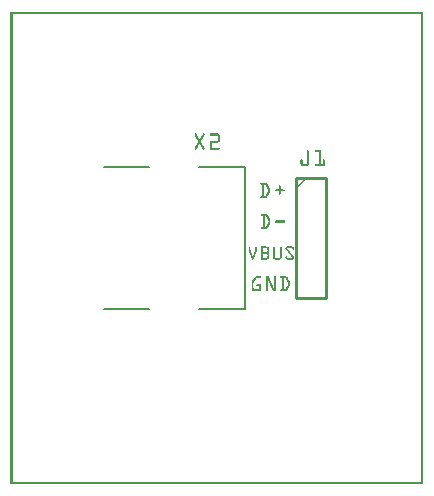
<source format=gto>
G04 MADE WITH FRITZING*
G04 WWW.FRITZING.ORG*
G04 DOUBLE SIDED*
G04 HOLES PLATED*
G04 CONTOUR ON CENTER OF CONTOUR VECTOR*
%ASAXBY*%
%FSLAX23Y23*%
%MOIN*%
%OFA0B0*%
%SFA1.0B1.0*%
%ADD10C,0.008000*%
%ADD11C,0.010000*%
%ADD12R,0.001000X0.001000*%
%LNSILK1*%
G90*
G70*
G54D10*
X313Y1058D02*
X463Y1058D01*
D02*
X313Y585D02*
X463Y585D01*
D02*
X628Y585D02*
X782Y585D01*
D02*
X782Y585D02*
X782Y1058D01*
D02*
X782Y1058D02*
X628Y1058D01*
G54D11*
D02*
X952Y1021D02*
X952Y621D01*
D02*
X952Y621D02*
X1052Y621D01*
D02*
X1052Y621D02*
X1052Y1021D01*
D02*
X1052Y1021D02*
X952Y1021D01*
G54D12*
X0Y1575D02*
X1376Y1575D01*
X0Y1574D02*
X1376Y1574D01*
X0Y1573D02*
X1376Y1573D01*
X0Y1572D02*
X1376Y1572D01*
X0Y1571D02*
X1376Y1571D01*
X0Y1570D02*
X1376Y1570D01*
X0Y1569D02*
X1376Y1569D01*
X0Y1568D02*
X1376Y1568D01*
X0Y1567D02*
X7Y1567D01*
X1369Y1567D02*
X1376Y1567D01*
X0Y1566D02*
X7Y1566D01*
X1369Y1566D02*
X1376Y1566D01*
X0Y1565D02*
X7Y1565D01*
X1369Y1565D02*
X1376Y1565D01*
X0Y1564D02*
X7Y1564D01*
X1369Y1564D02*
X1376Y1564D01*
X0Y1563D02*
X7Y1563D01*
X1369Y1563D02*
X1376Y1563D01*
X0Y1562D02*
X7Y1562D01*
X1369Y1562D02*
X1376Y1562D01*
X0Y1561D02*
X7Y1561D01*
X1369Y1561D02*
X1376Y1561D01*
X0Y1560D02*
X7Y1560D01*
X1369Y1560D02*
X1376Y1560D01*
X0Y1559D02*
X7Y1559D01*
X1369Y1559D02*
X1376Y1559D01*
X0Y1558D02*
X7Y1558D01*
X1369Y1558D02*
X1376Y1558D01*
X0Y1557D02*
X7Y1557D01*
X1369Y1557D02*
X1376Y1557D01*
X0Y1556D02*
X7Y1556D01*
X1369Y1556D02*
X1376Y1556D01*
X0Y1555D02*
X7Y1555D01*
X1369Y1555D02*
X1376Y1555D01*
X0Y1554D02*
X7Y1554D01*
X1369Y1554D02*
X1376Y1554D01*
X0Y1553D02*
X7Y1553D01*
X1369Y1553D02*
X1376Y1553D01*
X0Y1552D02*
X7Y1552D01*
X1369Y1552D02*
X1376Y1552D01*
X0Y1551D02*
X7Y1551D01*
X1369Y1551D02*
X1376Y1551D01*
X0Y1550D02*
X7Y1550D01*
X1369Y1550D02*
X1376Y1550D01*
X0Y1549D02*
X7Y1549D01*
X1369Y1549D02*
X1376Y1549D01*
X0Y1548D02*
X7Y1548D01*
X1369Y1548D02*
X1376Y1548D01*
X0Y1547D02*
X7Y1547D01*
X1369Y1547D02*
X1376Y1547D01*
X0Y1546D02*
X7Y1546D01*
X1369Y1546D02*
X1376Y1546D01*
X0Y1545D02*
X7Y1545D01*
X1369Y1545D02*
X1376Y1545D01*
X0Y1544D02*
X7Y1544D01*
X1369Y1544D02*
X1376Y1544D01*
X0Y1543D02*
X7Y1543D01*
X1369Y1543D02*
X1376Y1543D01*
X0Y1542D02*
X7Y1542D01*
X1369Y1542D02*
X1376Y1542D01*
X0Y1541D02*
X7Y1541D01*
X1369Y1541D02*
X1376Y1541D01*
X0Y1540D02*
X7Y1540D01*
X1369Y1540D02*
X1376Y1540D01*
X0Y1539D02*
X7Y1539D01*
X1369Y1539D02*
X1376Y1539D01*
X0Y1538D02*
X7Y1538D01*
X1369Y1538D02*
X1376Y1538D01*
X0Y1537D02*
X7Y1537D01*
X1369Y1537D02*
X1376Y1537D01*
X0Y1536D02*
X7Y1536D01*
X1369Y1536D02*
X1376Y1536D01*
X0Y1535D02*
X7Y1535D01*
X1369Y1535D02*
X1376Y1535D01*
X0Y1534D02*
X7Y1534D01*
X1369Y1534D02*
X1376Y1534D01*
X0Y1533D02*
X7Y1533D01*
X1369Y1533D02*
X1376Y1533D01*
X0Y1532D02*
X7Y1532D01*
X1369Y1532D02*
X1376Y1532D01*
X0Y1531D02*
X7Y1531D01*
X1369Y1531D02*
X1376Y1531D01*
X0Y1530D02*
X7Y1530D01*
X1369Y1530D02*
X1376Y1530D01*
X0Y1529D02*
X7Y1529D01*
X1369Y1529D02*
X1376Y1529D01*
X0Y1528D02*
X7Y1528D01*
X1369Y1528D02*
X1376Y1528D01*
X0Y1527D02*
X7Y1527D01*
X1369Y1527D02*
X1376Y1527D01*
X0Y1526D02*
X7Y1526D01*
X1369Y1526D02*
X1376Y1526D01*
X0Y1525D02*
X7Y1525D01*
X1369Y1525D02*
X1376Y1525D01*
X0Y1524D02*
X7Y1524D01*
X1369Y1524D02*
X1376Y1524D01*
X0Y1523D02*
X7Y1523D01*
X1369Y1523D02*
X1376Y1523D01*
X0Y1522D02*
X7Y1522D01*
X1369Y1522D02*
X1376Y1522D01*
X0Y1521D02*
X7Y1521D01*
X1369Y1521D02*
X1376Y1521D01*
X0Y1520D02*
X7Y1520D01*
X1369Y1520D02*
X1376Y1520D01*
X0Y1519D02*
X7Y1519D01*
X1369Y1519D02*
X1376Y1519D01*
X0Y1518D02*
X7Y1518D01*
X1369Y1518D02*
X1376Y1518D01*
X0Y1517D02*
X7Y1517D01*
X1369Y1517D02*
X1376Y1517D01*
X0Y1516D02*
X7Y1516D01*
X1369Y1516D02*
X1376Y1516D01*
X0Y1515D02*
X7Y1515D01*
X1369Y1515D02*
X1376Y1515D01*
X0Y1514D02*
X7Y1514D01*
X1369Y1514D02*
X1376Y1514D01*
X0Y1513D02*
X7Y1513D01*
X1369Y1513D02*
X1376Y1513D01*
X0Y1512D02*
X7Y1512D01*
X1369Y1512D02*
X1376Y1512D01*
X0Y1511D02*
X7Y1511D01*
X1369Y1511D02*
X1376Y1511D01*
X0Y1510D02*
X7Y1510D01*
X1369Y1510D02*
X1376Y1510D01*
X0Y1509D02*
X7Y1509D01*
X1369Y1509D02*
X1376Y1509D01*
X0Y1508D02*
X7Y1508D01*
X1369Y1508D02*
X1376Y1508D01*
X0Y1507D02*
X7Y1507D01*
X1369Y1507D02*
X1376Y1507D01*
X0Y1506D02*
X7Y1506D01*
X1369Y1506D02*
X1376Y1506D01*
X0Y1505D02*
X7Y1505D01*
X1369Y1505D02*
X1376Y1505D01*
X0Y1504D02*
X7Y1504D01*
X1369Y1504D02*
X1376Y1504D01*
X0Y1503D02*
X7Y1503D01*
X1369Y1503D02*
X1376Y1503D01*
X0Y1502D02*
X7Y1502D01*
X1369Y1502D02*
X1376Y1502D01*
X0Y1501D02*
X7Y1501D01*
X1369Y1501D02*
X1376Y1501D01*
X0Y1500D02*
X7Y1500D01*
X1369Y1500D02*
X1376Y1500D01*
X0Y1499D02*
X7Y1499D01*
X1369Y1499D02*
X1376Y1499D01*
X0Y1498D02*
X7Y1498D01*
X1369Y1498D02*
X1376Y1498D01*
X0Y1497D02*
X7Y1497D01*
X1369Y1497D02*
X1376Y1497D01*
X0Y1496D02*
X7Y1496D01*
X1369Y1496D02*
X1376Y1496D01*
X0Y1495D02*
X7Y1495D01*
X1369Y1495D02*
X1376Y1495D01*
X0Y1494D02*
X7Y1494D01*
X1369Y1494D02*
X1376Y1494D01*
X0Y1493D02*
X7Y1493D01*
X1369Y1493D02*
X1376Y1493D01*
X0Y1492D02*
X7Y1492D01*
X1369Y1492D02*
X1376Y1492D01*
X0Y1491D02*
X7Y1491D01*
X1369Y1491D02*
X1376Y1491D01*
X0Y1490D02*
X7Y1490D01*
X1369Y1490D02*
X1376Y1490D01*
X0Y1489D02*
X7Y1489D01*
X1369Y1489D02*
X1376Y1489D01*
X0Y1488D02*
X7Y1488D01*
X1369Y1488D02*
X1376Y1488D01*
X0Y1487D02*
X7Y1487D01*
X1369Y1487D02*
X1376Y1487D01*
X0Y1486D02*
X7Y1486D01*
X1369Y1486D02*
X1376Y1486D01*
X0Y1485D02*
X7Y1485D01*
X1369Y1485D02*
X1376Y1485D01*
X0Y1484D02*
X7Y1484D01*
X1369Y1484D02*
X1376Y1484D01*
X0Y1483D02*
X7Y1483D01*
X1369Y1483D02*
X1376Y1483D01*
X0Y1482D02*
X7Y1482D01*
X1369Y1482D02*
X1376Y1482D01*
X0Y1481D02*
X7Y1481D01*
X1369Y1481D02*
X1376Y1481D01*
X0Y1480D02*
X7Y1480D01*
X1369Y1480D02*
X1376Y1480D01*
X0Y1479D02*
X7Y1479D01*
X1369Y1479D02*
X1376Y1479D01*
X0Y1478D02*
X7Y1478D01*
X1369Y1478D02*
X1376Y1478D01*
X0Y1477D02*
X7Y1477D01*
X1369Y1477D02*
X1376Y1477D01*
X0Y1476D02*
X7Y1476D01*
X1369Y1476D02*
X1376Y1476D01*
X0Y1475D02*
X7Y1475D01*
X1369Y1475D02*
X1376Y1475D01*
X0Y1474D02*
X7Y1474D01*
X1369Y1474D02*
X1376Y1474D01*
X0Y1473D02*
X7Y1473D01*
X1369Y1473D02*
X1376Y1473D01*
X0Y1472D02*
X7Y1472D01*
X1369Y1472D02*
X1376Y1472D01*
X0Y1471D02*
X7Y1471D01*
X1369Y1471D02*
X1376Y1471D01*
X0Y1470D02*
X7Y1470D01*
X1369Y1470D02*
X1376Y1470D01*
X0Y1469D02*
X7Y1469D01*
X1369Y1469D02*
X1376Y1469D01*
X0Y1468D02*
X7Y1468D01*
X1369Y1468D02*
X1376Y1468D01*
X0Y1467D02*
X7Y1467D01*
X1369Y1467D02*
X1376Y1467D01*
X0Y1466D02*
X7Y1466D01*
X1369Y1466D02*
X1376Y1466D01*
X0Y1465D02*
X7Y1465D01*
X1369Y1465D02*
X1376Y1465D01*
X0Y1464D02*
X7Y1464D01*
X1369Y1464D02*
X1376Y1464D01*
X0Y1463D02*
X7Y1463D01*
X1369Y1463D02*
X1376Y1463D01*
X0Y1462D02*
X7Y1462D01*
X1369Y1462D02*
X1376Y1462D01*
X0Y1461D02*
X7Y1461D01*
X1369Y1461D02*
X1376Y1461D01*
X0Y1460D02*
X7Y1460D01*
X1369Y1460D02*
X1376Y1460D01*
X0Y1459D02*
X7Y1459D01*
X1369Y1459D02*
X1376Y1459D01*
X0Y1458D02*
X7Y1458D01*
X1369Y1458D02*
X1376Y1458D01*
X0Y1457D02*
X7Y1457D01*
X1369Y1457D02*
X1376Y1457D01*
X0Y1456D02*
X7Y1456D01*
X1369Y1456D02*
X1376Y1456D01*
X0Y1455D02*
X7Y1455D01*
X1369Y1455D02*
X1376Y1455D01*
X0Y1454D02*
X7Y1454D01*
X1369Y1454D02*
X1376Y1454D01*
X0Y1453D02*
X7Y1453D01*
X1369Y1453D02*
X1376Y1453D01*
X0Y1452D02*
X7Y1452D01*
X1369Y1452D02*
X1376Y1452D01*
X0Y1451D02*
X7Y1451D01*
X1369Y1451D02*
X1376Y1451D01*
X0Y1450D02*
X7Y1450D01*
X1369Y1450D02*
X1376Y1450D01*
X0Y1449D02*
X7Y1449D01*
X1369Y1449D02*
X1376Y1449D01*
X0Y1448D02*
X7Y1448D01*
X1369Y1448D02*
X1376Y1448D01*
X0Y1447D02*
X7Y1447D01*
X1369Y1447D02*
X1376Y1447D01*
X0Y1446D02*
X7Y1446D01*
X1369Y1446D02*
X1376Y1446D01*
X0Y1445D02*
X7Y1445D01*
X1369Y1445D02*
X1376Y1445D01*
X0Y1444D02*
X7Y1444D01*
X1369Y1444D02*
X1376Y1444D01*
X0Y1443D02*
X7Y1443D01*
X1369Y1443D02*
X1376Y1443D01*
X0Y1442D02*
X7Y1442D01*
X1369Y1442D02*
X1376Y1442D01*
X0Y1441D02*
X7Y1441D01*
X1369Y1441D02*
X1376Y1441D01*
X0Y1440D02*
X7Y1440D01*
X1369Y1440D02*
X1376Y1440D01*
X0Y1439D02*
X7Y1439D01*
X1369Y1439D02*
X1376Y1439D01*
X0Y1438D02*
X7Y1438D01*
X1369Y1438D02*
X1376Y1438D01*
X0Y1437D02*
X7Y1437D01*
X1369Y1437D02*
X1376Y1437D01*
X0Y1436D02*
X7Y1436D01*
X1369Y1436D02*
X1376Y1436D01*
X0Y1435D02*
X7Y1435D01*
X1369Y1435D02*
X1376Y1435D01*
X0Y1434D02*
X7Y1434D01*
X1369Y1434D02*
X1376Y1434D01*
X0Y1433D02*
X7Y1433D01*
X1369Y1433D02*
X1376Y1433D01*
X0Y1432D02*
X7Y1432D01*
X1369Y1432D02*
X1376Y1432D01*
X0Y1431D02*
X7Y1431D01*
X1369Y1431D02*
X1376Y1431D01*
X0Y1430D02*
X7Y1430D01*
X1369Y1430D02*
X1376Y1430D01*
X0Y1429D02*
X7Y1429D01*
X1369Y1429D02*
X1376Y1429D01*
X0Y1428D02*
X7Y1428D01*
X1369Y1428D02*
X1376Y1428D01*
X0Y1427D02*
X7Y1427D01*
X1369Y1427D02*
X1376Y1427D01*
X0Y1426D02*
X7Y1426D01*
X1369Y1426D02*
X1376Y1426D01*
X0Y1425D02*
X7Y1425D01*
X1369Y1425D02*
X1376Y1425D01*
X0Y1424D02*
X7Y1424D01*
X1369Y1424D02*
X1376Y1424D01*
X0Y1423D02*
X7Y1423D01*
X1369Y1423D02*
X1376Y1423D01*
X0Y1422D02*
X7Y1422D01*
X1369Y1422D02*
X1376Y1422D01*
X0Y1421D02*
X7Y1421D01*
X1369Y1421D02*
X1376Y1421D01*
X0Y1420D02*
X7Y1420D01*
X1369Y1420D02*
X1376Y1420D01*
X0Y1419D02*
X7Y1419D01*
X1369Y1419D02*
X1376Y1419D01*
X0Y1418D02*
X7Y1418D01*
X1369Y1418D02*
X1376Y1418D01*
X0Y1417D02*
X7Y1417D01*
X1369Y1417D02*
X1376Y1417D01*
X0Y1416D02*
X7Y1416D01*
X1369Y1416D02*
X1376Y1416D01*
X0Y1415D02*
X7Y1415D01*
X1369Y1415D02*
X1376Y1415D01*
X0Y1414D02*
X7Y1414D01*
X1369Y1414D02*
X1376Y1414D01*
X0Y1413D02*
X7Y1413D01*
X1369Y1413D02*
X1376Y1413D01*
X0Y1412D02*
X7Y1412D01*
X1369Y1412D02*
X1376Y1412D01*
X0Y1411D02*
X7Y1411D01*
X1369Y1411D02*
X1376Y1411D01*
X0Y1410D02*
X7Y1410D01*
X1369Y1410D02*
X1376Y1410D01*
X0Y1409D02*
X7Y1409D01*
X1369Y1409D02*
X1376Y1409D01*
X0Y1408D02*
X7Y1408D01*
X1369Y1408D02*
X1376Y1408D01*
X0Y1407D02*
X7Y1407D01*
X1369Y1407D02*
X1376Y1407D01*
X0Y1406D02*
X7Y1406D01*
X1369Y1406D02*
X1376Y1406D01*
X0Y1405D02*
X7Y1405D01*
X1369Y1405D02*
X1376Y1405D01*
X0Y1404D02*
X7Y1404D01*
X1369Y1404D02*
X1376Y1404D01*
X0Y1403D02*
X7Y1403D01*
X1369Y1403D02*
X1376Y1403D01*
X0Y1402D02*
X7Y1402D01*
X1369Y1402D02*
X1376Y1402D01*
X0Y1401D02*
X7Y1401D01*
X1369Y1401D02*
X1376Y1401D01*
X0Y1400D02*
X7Y1400D01*
X1369Y1400D02*
X1376Y1400D01*
X0Y1399D02*
X7Y1399D01*
X1369Y1399D02*
X1376Y1399D01*
X0Y1398D02*
X7Y1398D01*
X1369Y1398D02*
X1376Y1398D01*
X0Y1397D02*
X7Y1397D01*
X1369Y1397D02*
X1376Y1397D01*
X0Y1396D02*
X7Y1396D01*
X1369Y1396D02*
X1376Y1396D01*
X0Y1395D02*
X7Y1395D01*
X1369Y1395D02*
X1376Y1395D01*
X0Y1394D02*
X7Y1394D01*
X1369Y1394D02*
X1376Y1394D01*
X0Y1393D02*
X7Y1393D01*
X1369Y1393D02*
X1376Y1393D01*
X0Y1392D02*
X7Y1392D01*
X1369Y1392D02*
X1376Y1392D01*
X0Y1391D02*
X7Y1391D01*
X1369Y1391D02*
X1376Y1391D01*
X0Y1390D02*
X7Y1390D01*
X1369Y1390D02*
X1376Y1390D01*
X0Y1389D02*
X7Y1389D01*
X1369Y1389D02*
X1376Y1389D01*
X0Y1388D02*
X7Y1388D01*
X1369Y1388D02*
X1376Y1388D01*
X0Y1387D02*
X7Y1387D01*
X1369Y1387D02*
X1376Y1387D01*
X0Y1386D02*
X7Y1386D01*
X1369Y1386D02*
X1376Y1386D01*
X0Y1385D02*
X7Y1385D01*
X1369Y1385D02*
X1376Y1385D01*
X0Y1384D02*
X7Y1384D01*
X1369Y1384D02*
X1376Y1384D01*
X0Y1383D02*
X7Y1383D01*
X1369Y1383D02*
X1376Y1383D01*
X0Y1382D02*
X7Y1382D01*
X1369Y1382D02*
X1376Y1382D01*
X0Y1381D02*
X7Y1381D01*
X1369Y1381D02*
X1376Y1381D01*
X0Y1380D02*
X7Y1380D01*
X1369Y1380D02*
X1376Y1380D01*
X0Y1379D02*
X7Y1379D01*
X1369Y1379D02*
X1376Y1379D01*
X0Y1378D02*
X7Y1378D01*
X1369Y1378D02*
X1376Y1378D01*
X0Y1377D02*
X7Y1377D01*
X1369Y1377D02*
X1376Y1377D01*
X0Y1376D02*
X7Y1376D01*
X1369Y1376D02*
X1376Y1376D01*
X0Y1375D02*
X7Y1375D01*
X1369Y1375D02*
X1376Y1375D01*
X0Y1374D02*
X7Y1374D01*
X1369Y1374D02*
X1376Y1374D01*
X0Y1373D02*
X7Y1373D01*
X1369Y1373D02*
X1376Y1373D01*
X0Y1372D02*
X7Y1372D01*
X1369Y1372D02*
X1376Y1372D01*
X0Y1371D02*
X7Y1371D01*
X1369Y1371D02*
X1376Y1371D01*
X0Y1370D02*
X7Y1370D01*
X1369Y1370D02*
X1376Y1370D01*
X0Y1369D02*
X7Y1369D01*
X1369Y1369D02*
X1376Y1369D01*
X0Y1368D02*
X7Y1368D01*
X1369Y1368D02*
X1376Y1368D01*
X0Y1367D02*
X7Y1367D01*
X1369Y1367D02*
X1376Y1367D01*
X0Y1366D02*
X7Y1366D01*
X1369Y1366D02*
X1376Y1366D01*
X0Y1365D02*
X7Y1365D01*
X1369Y1365D02*
X1376Y1365D01*
X0Y1364D02*
X7Y1364D01*
X1369Y1364D02*
X1376Y1364D01*
X0Y1363D02*
X7Y1363D01*
X1369Y1363D02*
X1376Y1363D01*
X0Y1362D02*
X7Y1362D01*
X1369Y1362D02*
X1376Y1362D01*
X0Y1361D02*
X7Y1361D01*
X1369Y1361D02*
X1376Y1361D01*
X0Y1360D02*
X7Y1360D01*
X1369Y1360D02*
X1376Y1360D01*
X0Y1359D02*
X7Y1359D01*
X1369Y1359D02*
X1376Y1359D01*
X0Y1358D02*
X7Y1358D01*
X1369Y1358D02*
X1376Y1358D01*
X0Y1357D02*
X7Y1357D01*
X1369Y1357D02*
X1376Y1357D01*
X0Y1356D02*
X7Y1356D01*
X1369Y1356D02*
X1376Y1356D01*
X0Y1355D02*
X7Y1355D01*
X1369Y1355D02*
X1376Y1355D01*
X0Y1354D02*
X7Y1354D01*
X1369Y1354D02*
X1376Y1354D01*
X0Y1353D02*
X7Y1353D01*
X1369Y1353D02*
X1376Y1353D01*
X0Y1352D02*
X7Y1352D01*
X1369Y1352D02*
X1376Y1352D01*
X0Y1351D02*
X7Y1351D01*
X1369Y1351D02*
X1376Y1351D01*
X0Y1350D02*
X7Y1350D01*
X1369Y1350D02*
X1376Y1350D01*
X0Y1349D02*
X7Y1349D01*
X1369Y1349D02*
X1376Y1349D01*
X0Y1348D02*
X7Y1348D01*
X1369Y1348D02*
X1376Y1348D01*
X0Y1347D02*
X7Y1347D01*
X1369Y1347D02*
X1376Y1347D01*
X0Y1346D02*
X7Y1346D01*
X1369Y1346D02*
X1376Y1346D01*
X0Y1345D02*
X7Y1345D01*
X1369Y1345D02*
X1376Y1345D01*
X0Y1344D02*
X7Y1344D01*
X1369Y1344D02*
X1376Y1344D01*
X0Y1343D02*
X7Y1343D01*
X1369Y1343D02*
X1376Y1343D01*
X0Y1342D02*
X7Y1342D01*
X1369Y1342D02*
X1376Y1342D01*
X0Y1341D02*
X7Y1341D01*
X1369Y1341D02*
X1376Y1341D01*
X0Y1340D02*
X7Y1340D01*
X1369Y1340D02*
X1376Y1340D01*
X0Y1339D02*
X7Y1339D01*
X1369Y1339D02*
X1376Y1339D01*
X0Y1338D02*
X7Y1338D01*
X1369Y1338D02*
X1376Y1338D01*
X0Y1337D02*
X7Y1337D01*
X1369Y1337D02*
X1376Y1337D01*
X0Y1336D02*
X7Y1336D01*
X1369Y1336D02*
X1376Y1336D01*
X0Y1335D02*
X7Y1335D01*
X1369Y1335D02*
X1376Y1335D01*
X0Y1334D02*
X7Y1334D01*
X1369Y1334D02*
X1376Y1334D01*
X0Y1333D02*
X7Y1333D01*
X1369Y1333D02*
X1376Y1333D01*
X0Y1332D02*
X7Y1332D01*
X1369Y1332D02*
X1376Y1332D01*
X0Y1331D02*
X7Y1331D01*
X1369Y1331D02*
X1376Y1331D01*
X0Y1330D02*
X7Y1330D01*
X1369Y1330D02*
X1376Y1330D01*
X0Y1329D02*
X7Y1329D01*
X1369Y1329D02*
X1376Y1329D01*
X0Y1328D02*
X7Y1328D01*
X1369Y1328D02*
X1376Y1328D01*
X0Y1327D02*
X7Y1327D01*
X1369Y1327D02*
X1376Y1327D01*
X0Y1326D02*
X7Y1326D01*
X1369Y1326D02*
X1376Y1326D01*
X0Y1325D02*
X7Y1325D01*
X1369Y1325D02*
X1376Y1325D01*
X0Y1324D02*
X7Y1324D01*
X1369Y1324D02*
X1376Y1324D01*
X0Y1323D02*
X7Y1323D01*
X1369Y1323D02*
X1376Y1323D01*
X0Y1322D02*
X7Y1322D01*
X1369Y1322D02*
X1376Y1322D01*
X0Y1321D02*
X7Y1321D01*
X1369Y1321D02*
X1376Y1321D01*
X0Y1320D02*
X7Y1320D01*
X1369Y1320D02*
X1376Y1320D01*
X0Y1319D02*
X7Y1319D01*
X1369Y1319D02*
X1376Y1319D01*
X0Y1318D02*
X7Y1318D01*
X1369Y1318D02*
X1376Y1318D01*
X0Y1317D02*
X7Y1317D01*
X1369Y1317D02*
X1376Y1317D01*
X0Y1316D02*
X7Y1316D01*
X1369Y1316D02*
X1376Y1316D01*
X0Y1315D02*
X7Y1315D01*
X1369Y1315D02*
X1376Y1315D01*
X0Y1314D02*
X7Y1314D01*
X1369Y1314D02*
X1376Y1314D01*
X0Y1313D02*
X7Y1313D01*
X1369Y1313D02*
X1376Y1313D01*
X0Y1312D02*
X7Y1312D01*
X1369Y1312D02*
X1376Y1312D01*
X0Y1311D02*
X7Y1311D01*
X1369Y1311D02*
X1376Y1311D01*
X0Y1310D02*
X7Y1310D01*
X1369Y1310D02*
X1376Y1310D01*
X0Y1309D02*
X7Y1309D01*
X1369Y1309D02*
X1376Y1309D01*
X0Y1308D02*
X7Y1308D01*
X1369Y1308D02*
X1376Y1308D01*
X0Y1307D02*
X7Y1307D01*
X1369Y1307D02*
X1376Y1307D01*
X0Y1306D02*
X7Y1306D01*
X1369Y1306D02*
X1376Y1306D01*
X0Y1305D02*
X7Y1305D01*
X1369Y1305D02*
X1376Y1305D01*
X0Y1304D02*
X7Y1304D01*
X1369Y1304D02*
X1376Y1304D01*
X0Y1303D02*
X7Y1303D01*
X1369Y1303D02*
X1376Y1303D01*
X0Y1302D02*
X7Y1302D01*
X1369Y1302D02*
X1376Y1302D01*
X0Y1301D02*
X7Y1301D01*
X1369Y1301D02*
X1376Y1301D01*
X0Y1300D02*
X7Y1300D01*
X1369Y1300D02*
X1376Y1300D01*
X0Y1299D02*
X7Y1299D01*
X1369Y1299D02*
X1376Y1299D01*
X0Y1298D02*
X7Y1298D01*
X1369Y1298D02*
X1376Y1298D01*
X0Y1297D02*
X7Y1297D01*
X1369Y1297D02*
X1376Y1297D01*
X0Y1296D02*
X7Y1296D01*
X1369Y1296D02*
X1376Y1296D01*
X0Y1295D02*
X7Y1295D01*
X1369Y1295D02*
X1376Y1295D01*
X0Y1294D02*
X7Y1294D01*
X1369Y1294D02*
X1376Y1294D01*
X0Y1293D02*
X7Y1293D01*
X1369Y1293D02*
X1376Y1293D01*
X0Y1292D02*
X7Y1292D01*
X1369Y1292D02*
X1376Y1292D01*
X0Y1291D02*
X7Y1291D01*
X1369Y1291D02*
X1376Y1291D01*
X0Y1290D02*
X7Y1290D01*
X1369Y1290D02*
X1376Y1290D01*
X0Y1289D02*
X7Y1289D01*
X1369Y1289D02*
X1376Y1289D01*
X0Y1288D02*
X7Y1288D01*
X1369Y1288D02*
X1376Y1288D01*
X0Y1287D02*
X7Y1287D01*
X1369Y1287D02*
X1376Y1287D01*
X0Y1286D02*
X7Y1286D01*
X1369Y1286D02*
X1376Y1286D01*
X0Y1285D02*
X7Y1285D01*
X1369Y1285D02*
X1376Y1285D01*
X0Y1284D02*
X7Y1284D01*
X1369Y1284D02*
X1376Y1284D01*
X0Y1283D02*
X7Y1283D01*
X1369Y1283D02*
X1376Y1283D01*
X0Y1282D02*
X7Y1282D01*
X1369Y1282D02*
X1376Y1282D01*
X0Y1281D02*
X7Y1281D01*
X1369Y1281D02*
X1376Y1281D01*
X0Y1280D02*
X7Y1280D01*
X1369Y1280D02*
X1376Y1280D01*
X0Y1279D02*
X7Y1279D01*
X1369Y1279D02*
X1376Y1279D01*
X0Y1278D02*
X7Y1278D01*
X1369Y1278D02*
X1376Y1278D01*
X0Y1277D02*
X7Y1277D01*
X1369Y1277D02*
X1376Y1277D01*
X0Y1276D02*
X7Y1276D01*
X1369Y1276D02*
X1376Y1276D01*
X0Y1275D02*
X7Y1275D01*
X1369Y1275D02*
X1376Y1275D01*
X0Y1274D02*
X7Y1274D01*
X1369Y1274D02*
X1376Y1274D01*
X0Y1273D02*
X7Y1273D01*
X1369Y1273D02*
X1376Y1273D01*
X0Y1272D02*
X7Y1272D01*
X1369Y1272D02*
X1376Y1272D01*
X0Y1271D02*
X7Y1271D01*
X1369Y1271D02*
X1376Y1271D01*
X0Y1270D02*
X7Y1270D01*
X1369Y1270D02*
X1376Y1270D01*
X0Y1269D02*
X7Y1269D01*
X1369Y1269D02*
X1376Y1269D01*
X0Y1268D02*
X7Y1268D01*
X1369Y1268D02*
X1376Y1268D01*
X0Y1267D02*
X7Y1267D01*
X1369Y1267D02*
X1376Y1267D01*
X0Y1266D02*
X7Y1266D01*
X1369Y1266D02*
X1376Y1266D01*
X0Y1265D02*
X7Y1265D01*
X1369Y1265D02*
X1376Y1265D01*
X0Y1264D02*
X7Y1264D01*
X1369Y1264D02*
X1376Y1264D01*
X0Y1263D02*
X7Y1263D01*
X1369Y1263D02*
X1376Y1263D01*
X0Y1262D02*
X7Y1262D01*
X1369Y1262D02*
X1376Y1262D01*
X0Y1261D02*
X7Y1261D01*
X1369Y1261D02*
X1376Y1261D01*
X0Y1260D02*
X7Y1260D01*
X1369Y1260D02*
X1376Y1260D01*
X0Y1259D02*
X7Y1259D01*
X1369Y1259D02*
X1376Y1259D01*
X0Y1258D02*
X7Y1258D01*
X1369Y1258D02*
X1376Y1258D01*
X0Y1257D02*
X7Y1257D01*
X1369Y1257D02*
X1376Y1257D01*
X0Y1256D02*
X7Y1256D01*
X1369Y1256D02*
X1376Y1256D01*
X0Y1255D02*
X7Y1255D01*
X1369Y1255D02*
X1376Y1255D01*
X0Y1254D02*
X7Y1254D01*
X1369Y1254D02*
X1376Y1254D01*
X0Y1253D02*
X7Y1253D01*
X1369Y1253D02*
X1376Y1253D01*
X0Y1252D02*
X7Y1252D01*
X1369Y1252D02*
X1376Y1252D01*
X0Y1251D02*
X7Y1251D01*
X1369Y1251D02*
X1376Y1251D01*
X0Y1250D02*
X7Y1250D01*
X1369Y1250D02*
X1376Y1250D01*
X0Y1249D02*
X7Y1249D01*
X1369Y1249D02*
X1376Y1249D01*
X0Y1248D02*
X7Y1248D01*
X1369Y1248D02*
X1376Y1248D01*
X0Y1247D02*
X7Y1247D01*
X1369Y1247D02*
X1376Y1247D01*
X0Y1246D02*
X7Y1246D01*
X1369Y1246D02*
X1376Y1246D01*
X0Y1245D02*
X7Y1245D01*
X1369Y1245D02*
X1376Y1245D01*
X0Y1244D02*
X7Y1244D01*
X1369Y1244D02*
X1376Y1244D01*
X0Y1243D02*
X7Y1243D01*
X1369Y1243D02*
X1376Y1243D01*
X0Y1242D02*
X7Y1242D01*
X1369Y1242D02*
X1376Y1242D01*
X0Y1241D02*
X7Y1241D01*
X1369Y1241D02*
X1376Y1241D01*
X0Y1240D02*
X7Y1240D01*
X1369Y1240D02*
X1376Y1240D01*
X0Y1239D02*
X7Y1239D01*
X1369Y1239D02*
X1376Y1239D01*
X0Y1238D02*
X7Y1238D01*
X1369Y1238D02*
X1376Y1238D01*
X0Y1237D02*
X7Y1237D01*
X1369Y1237D02*
X1376Y1237D01*
X0Y1236D02*
X7Y1236D01*
X1369Y1236D02*
X1376Y1236D01*
X0Y1235D02*
X7Y1235D01*
X1369Y1235D02*
X1376Y1235D01*
X0Y1234D02*
X7Y1234D01*
X1369Y1234D02*
X1376Y1234D01*
X0Y1233D02*
X7Y1233D01*
X1369Y1233D02*
X1376Y1233D01*
X0Y1232D02*
X7Y1232D01*
X1369Y1232D02*
X1376Y1232D01*
X0Y1231D02*
X7Y1231D01*
X1369Y1231D02*
X1376Y1231D01*
X0Y1230D02*
X7Y1230D01*
X1369Y1230D02*
X1376Y1230D01*
X0Y1229D02*
X7Y1229D01*
X1369Y1229D02*
X1376Y1229D01*
X0Y1228D02*
X7Y1228D01*
X1369Y1228D02*
X1376Y1228D01*
X0Y1227D02*
X7Y1227D01*
X1369Y1227D02*
X1376Y1227D01*
X0Y1226D02*
X7Y1226D01*
X1369Y1226D02*
X1376Y1226D01*
X0Y1225D02*
X7Y1225D01*
X1369Y1225D02*
X1376Y1225D01*
X0Y1224D02*
X7Y1224D01*
X1369Y1224D02*
X1376Y1224D01*
X0Y1223D02*
X7Y1223D01*
X1369Y1223D02*
X1376Y1223D01*
X0Y1222D02*
X7Y1222D01*
X1369Y1222D02*
X1376Y1222D01*
X0Y1221D02*
X7Y1221D01*
X1369Y1221D02*
X1376Y1221D01*
X0Y1220D02*
X7Y1220D01*
X1369Y1220D02*
X1376Y1220D01*
X0Y1219D02*
X7Y1219D01*
X1369Y1219D02*
X1376Y1219D01*
X0Y1218D02*
X7Y1218D01*
X1369Y1218D02*
X1376Y1218D01*
X0Y1217D02*
X7Y1217D01*
X1369Y1217D02*
X1376Y1217D01*
X0Y1216D02*
X7Y1216D01*
X1369Y1216D02*
X1376Y1216D01*
X0Y1215D02*
X7Y1215D01*
X1369Y1215D02*
X1376Y1215D01*
X0Y1214D02*
X7Y1214D01*
X1369Y1214D02*
X1376Y1214D01*
X0Y1213D02*
X7Y1213D01*
X1369Y1213D02*
X1376Y1213D01*
X0Y1212D02*
X7Y1212D01*
X1369Y1212D02*
X1376Y1212D01*
X0Y1211D02*
X7Y1211D01*
X1369Y1211D02*
X1376Y1211D01*
X0Y1210D02*
X7Y1210D01*
X1369Y1210D02*
X1376Y1210D01*
X0Y1209D02*
X7Y1209D01*
X1369Y1209D02*
X1376Y1209D01*
X0Y1208D02*
X7Y1208D01*
X1369Y1208D02*
X1376Y1208D01*
X0Y1207D02*
X7Y1207D01*
X1369Y1207D02*
X1376Y1207D01*
X0Y1206D02*
X7Y1206D01*
X1369Y1206D02*
X1376Y1206D01*
X0Y1205D02*
X7Y1205D01*
X1369Y1205D02*
X1376Y1205D01*
X0Y1204D02*
X7Y1204D01*
X1369Y1204D02*
X1376Y1204D01*
X0Y1203D02*
X7Y1203D01*
X1369Y1203D02*
X1376Y1203D01*
X0Y1202D02*
X7Y1202D01*
X1369Y1202D02*
X1376Y1202D01*
X0Y1201D02*
X7Y1201D01*
X1369Y1201D02*
X1376Y1201D01*
X0Y1200D02*
X7Y1200D01*
X1369Y1200D02*
X1376Y1200D01*
X0Y1199D02*
X7Y1199D01*
X1369Y1199D02*
X1376Y1199D01*
X0Y1198D02*
X7Y1198D01*
X1369Y1198D02*
X1376Y1198D01*
X0Y1197D02*
X7Y1197D01*
X1369Y1197D02*
X1376Y1197D01*
X0Y1196D02*
X7Y1196D01*
X1369Y1196D02*
X1376Y1196D01*
X0Y1195D02*
X7Y1195D01*
X1369Y1195D02*
X1376Y1195D01*
X0Y1194D02*
X7Y1194D01*
X1369Y1194D02*
X1376Y1194D01*
X0Y1193D02*
X7Y1193D01*
X1369Y1193D02*
X1376Y1193D01*
X0Y1192D02*
X7Y1192D01*
X1369Y1192D02*
X1376Y1192D01*
X0Y1191D02*
X7Y1191D01*
X1369Y1191D02*
X1376Y1191D01*
X0Y1190D02*
X7Y1190D01*
X1369Y1190D02*
X1376Y1190D01*
X0Y1189D02*
X7Y1189D01*
X1369Y1189D02*
X1376Y1189D01*
X0Y1188D02*
X7Y1188D01*
X1369Y1188D02*
X1376Y1188D01*
X0Y1187D02*
X7Y1187D01*
X1369Y1187D02*
X1376Y1187D01*
X0Y1186D02*
X7Y1186D01*
X1369Y1186D02*
X1376Y1186D01*
X0Y1185D02*
X7Y1185D01*
X1369Y1185D02*
X1376Y1185D01*
X0Y1184D02*
X7Y1184D01*
X1369Y1184D02*
X1376Y1184D01*
X0Y1183D02*
X7Y1183D01*
X1369Y1183D02*
X1376Y1183D01*
X0Y1182D02*
X7Y1182D01*
X1369Y1182D02*
X1376Y1182D01*
X0Y1181D02*
X7Y1181D01*
X1369Y1181D02*
X1376Y1181D01*
X0Y1180D02*
X7Y1180D01*
X1369Y1180D02*
X1376Y1180D01*
X0Y1179D02*
X7Y1179D01*
X1369Y1179D02*
X1376Y1179D01*
X0Y1178D02*
X7Y1178D01*
X1369Y1178D02*
X1376Y1178D01*
X0Y1177D02*
X7Y1177D01*
X1369Y1177D02*
X1376Y1177D01*
X0Y1176D02*
X7Y1176D01*
X1369Y1176D02*
X1376Y1176D01*
X0Y1175D02*
X7Y1175D01*
X1369Y1175D02*
X1376Y1175D01*
X0Y1174D02*
X7Y1174D01*
X1369Y1174D02*
X1376Y1174D01*
X0Y1173D02*
X7Y1173D01*
X1369Y1173D02*
X1376Y1173D01*
X0Y1172D02*
X7Y1172D01*
X1369Y1172D02*
X1376Y1172D01*
X0Y1171D02*
X7Y1171D01*
X1369Y1171D02*
X1376Y1171D01*
X0Y1170D02*
X7Y1170D01*
X616Y1170D02*
X618Y1170D01*
X643Y1170D02*
X645Y1170D01*
X666Y1170D02*
X692Y1170D01*
X1369Y1170D02*
X1376Y1170D01*
X0Y1169D02*
X7Y1169D01*
X614Y1169D02*
X619Y1169D01*
X642Y1169D02*
X646Y1169D01*
X664Y1169D02*
X694Y1169D01*
X1369Y1169D02*
X1376Y1169D01*
X0Y1168D02*
X7Y1168D01*
X614Y1168D02*
X619Y1168D01*
X641Y1168D02*
X647Y1168D01*
X664Y1168D02*
X695Y1168D01*
X1369Y1168D02*
X1376Y1168D01*
X0Y1167D02*
X7Y1167D01*
X614Y1167D02*
X620Y1167D01*
X641Y1167D02*
X647Y1167D01*
X664Y1167D02*
X696Y1167D01*
X1369Y1167D02*
X1376Y1167D01*
X0Y1166D02*
X7Y1166D01*
X614Y1166D02*
X621Y1166D01*
X640Y1166D02*
X647Y1166D01*
X664Y1166D02*
X697Y1166D01*
X1369Y1166D02*
X1376Y1166D01*
X0Y1165D02*
X7Y1165D01*
X614Y1165D02*
X621Y1165D01*
X639Y1165D02*
X647Y1165D01*
X664Y1165D02*
X697Y1165D01*
X1369Y1165D02*
X1376Y1165D01*
X0Y1164D02*
X7Y1164D01*
X615Y1164D02*
X622Y1164D01*
X639Y1164D02*
X646Y1164D01*
X665Y1164D02*
X697Y1164D01*
X1369Y1164D02*
X1376Y1164D01*
X0Y1163D02*
X7Y1163D01*
X615Y1163D02*
X622Y1163D01*
X638Y1163D02*
X645Y1163D01*
X691Y1163D02*
X697Y1163D01*
X1369Y1163D02*
X1376Y1163D01*
X0Y1162D02*
X7Y1162D01*
X616Y1162D02*
X623Y1162D01*
X638Y1162D02*
X645Y1162D01*
X691Y1162D02*
X697Y1162D01*
X1369Y1162D02*
X1376Y1162D01*
X0Y1161D02*
X7Y1161D01*
X616Y1161D02*
X624Y1161D01*
X637Y1161D02*
X644Y1161D01*
X691Y1161D02*
X697Y1161D01*
X1369Y1161D02*
X1376Y1161D01*
X0Y1160D02*
X7Y1160D01*
X617Y1160D02*
X624Y1160D01*
X636Y1160D02*
X644Y1160D01*
X691Y1160D02*
X697Y1160D01*
X1369Y1160D02*
X1376Y1160D01*
X0Y1159D02*
X7Y1159D01*
X617Y1159D02*
X625Y1159D01*
X636Y1159D02*
X643Y1159D01*
X691Y1159D02*
X697Y1159D01*
X1369Y1159D02*
X1376Y1159D01*
X0Y1158D02*
X7Y1158D01*
X618Y1158D02*
X625Y1158D01*
X635Y1158D02*
X642Y1158D01*
X691Y1158D02*
X697Y1158D01*
X1369Y1158D02*
X1376Y1158D01*
X0Y1157D02*
X7Y1157D01*
X619Y1157D02*
X626Y1157D01*
X635Y1157D02*
X642Y1157D01*
X691Y1157D02*
X697Y1157D01*
X1369Y1157D02*
X1376Y1157D01*
X0Y1156D02*
X7Y1156D01*
X619Y1156D02*
X626Y1156D01*
X634Y1156D02*
X641Y1156D01*
X691Y1156D02*
X697Y1156D01*
X1369Y1156D02*
X1376Y1156D01*
X0Y1155D02*
X7Y1155D01*
X620Y1155D02*
X627Y1155D01*
X634Y1155D02*
X641Y1155D01*
X691Y1155D02*
X697Y1155D01*
X1369Y1155D02*
X1376Y1155D01*
X0Y1154D02*
X7Y1154D01*
X620Y1154D02*
X628Y1154D01*
X633Y1154D02*
X640Y1154D01*
X691Y1154D02*
X697Y1154D01*
X1369Y1154D02*
X1376Y1154D01*
X0Y1153D02*
X7Y1153D01*
X621Y1153D02*
X628Y1153D01*
X632Y1153D02*
X640Y1153D01*
X691Y1153D02*
X697Y1153D01*
X1369Y1153D02*
X1376Y1153D01*
X0Y1152D02*
X7Y1152D01*
X622Y1152D02*
X629Y1152D01*
X632Y1152D02*
X639Y1152D01*
X691Y1152D02*
X697Y1152D01*
X1369Y1152D02*
X1376Y1152D01*
X0Y1151D02*
X7Y1151D01*
X622Y1151D02*
X629Y1151D01*
X631Y1151D02*
X638Y1151D01*
X691Y1151D02*
X697Y1151D01*
X1369Y1151D02*
X1376Y1151D01*
X0Y1150D02*
X7Y1150D01*
X623Y1150D02*
X638Y1150D01*
X691Y1150D02*
X697Y1150D01*
X1369Y1150D02*
X1376Y1150D01*
X0Y1149D02*
X7Y1149D01*
X623Y1149D02*
X637Y1149D01*
X691Y1149D02*
X697Y1149D01*
X1369Y1149D02*
X1376Y1149D01*
X0Y1148D02*
X7Y1148D01*
X624Y1148D02*
X637Y1148D01*
X691Y1148D02*
X697Y1148D01*
X1369Y1148D02*
X1376Y1148D01*
X0Y1147D02*
X7Y1147D01*
X625Y1147D02*
X636Y1147D01*
X691Y1147D02*
X697Y1147D01*
X1369Y1147D02*
X1376Y1147D01*
X0Y1146D02*
X7Y1146D01*
X625Y1146D02*
X635Y1146D01*
X668Y1146D02*
X697Y1146D01*
X1369Y1146D02*
X1376Y1146D01*
X0Y1145D02*
X7Y1145D01*
X626Y1145D02*
X635Y1145D01*
X666Y1145D02*
X697Y1145D01*
X1369Y1145D02*
X1376Y1145D01*
X0Y1144D02*
X7Y1144D01*
X626Y1144D02*
X634Y1144D01*
X665Y1144D02*
X697Y1144D01*
X1369Y1144D02*
X1376Y1144D01*
X0Y1143D02*
X7Y1143D01*
X627Y1143D02*
X634Y1143D01*
X664Y1143D02*
X696Y1143D01*
X1369Y1143D02*
X1376Y1143D01*
X0Y1142D02*
X7Y1142D01*
X626Y1142D02*
X635Y1142D01*
X664Y1142D02*
X695Y1142D01*
X1369Y1142D02*
X1376Y1142D01*
X0Y1141D02*
X7Y1141D01*
X625Y1141D02*
X635Y1141D01*
X664Y1141D02*
X694Y1141D01*
X1369Y1141D02*
X1376Y1141D01*
X0Y1140D02*
X7Y1140D01*
X625Y1140D02*
X636Y1140D01*
X664Y1140D02*
X692Y1140D01*
X1369Y1140D02*
X1376Y1140D01*
X0Y1139D02*
X7Y1139D01*
X624Y1139D02*
X636Y1139D01*
X664Y1139D02*
X670Y1139D01*
X1369Y1139D02*
X1376Y1139D01*
X0Y1138D02*
X7Y1138D01*
X624Y1138D02*
X637Y1138D01*
X664Y1138D02*
X670Y1138D01*
X1369Y1138D02*
X1376Y1138D01*
X0Y1137D02*
X7Y1137D01*
X623Y1137D02*
X638Y1137D01*
X664Y1137D02*
X670Y1137D01*
X1369Y1137D02*
X1376Y1137D01*
X0Y1136D02*
X7Y1136D01*
X622Y1136D02*
X638Y1136D01*
X664Y1136D02*
X670Y1136D01*
X1369Y1136D02*
X1376Y1136D01*
X0Y1135D02*
X7Y1135D01*
X622Y1135D02*
X629Y1135D01*
X632Y1135D02*
X639Y1135D01*
X664Y1135D02*
X670Y1135D01*
X1369Y1135D02*
X1376Y1135D01*
X0Y1134D02*
X7Y1134D01*
X621Y1134D02*
X628Y1134D01*
X632Y1134D02*
X639Y1134D01*
X664Y1134D02*
X670Y1134D01*
X1369Y1134D02*
X1376Y1134D01*
X0Y1133D02*
X7Y1133D01*
X621Y1133D02*
X628Y1133D01*
X633Y1133D02*
X640Y1133D01*
X664Y1133D02*
X670Y1133D01*
X1369Y1133D02*
X1376Y1133D01*
X0Y1132D02*
X7Y1132D01*
X620Y1132D02*
X627Y1132D01*
X633Y1132D02*
X640Y1132D01*
X664Y1132D02*
X670Y1132D01*
X1369Y1132D02*
X1376Y1132D01*
X0Y1131D02*
X7Y1131D01*
X619Y1131D02*
X627Y1131D01*
X634Y1131D02*
X641Y1131D01*
X664Y1131D02*
X670Y1131D01*
X1369Y1131D02*
X1376Y1131D01*
X0Y1130D02*
X7Y1130D01*
X619Y1130D02*
X626Y1130D01*
X634Y1130D02*
X642Y1130D01*
X664Y1130D02*
X670Y1130D01*
X1369Y1130D02*
X1376Y1130D01*
X0Y1129D02*
X7Y1129D01*
X618Y1129D02*
X626Y1129D01*
X635Y1129D02*
X642Y1129D01*
X664Y1129D02*
X670Y1129D01*
X1369Y1129D02*
X1376Y1129D01*
X0Y1128D02*
X7Y1128D01*
X618Y1128D02*
X625Y1128D01*
X636Y1128D02*
X643Y1128D01*
X664Y1128D02*
X670Y1128D01*
X1369Y1128D02*
X1376Y1128D01*
X0Y1127D02*
X7Y1127D01*
X617Y1127D02*
X624Y1127D01*
X636Y1127D02*
X643Y1127D01*
X664Y1127D02*
X670Y1127D01*
X1369Y1127D02*
X1376Y1127D01*
X0Y1126D02*
X7Y1126D01*
X617Y1126D02*
X624Y1126D01*
X637Y1126D02*
X644Y1126D01*
X664Y1126D02*
X670Y1126D01*
X1369Y1126D02*
X1376Y1126D01*
X0Y1125D02*
X7Y1125D01*
X616Y1125D02*
X623Y1125D01*
X637Y1125D02*
X645Y1125D01*
X664Y1125D02*
X670Y1125D01*
X1369Y1125D02*
X1376Y1125D01*
X0Y1124D02*
X7Y1124D01*
X615Y1124D02*
X623Y1124D01*
X638Y1124D02*
X645Y1124D01*
X664Y1124D02*
X670Y1124D01*
X1369Y1124D02*
X1376Y1124D01*
X0Y1123D02*
X7Y1123D01*
X615Y1123D02*
X622Y1123D01*
X639Y1123D02*
X646Y1123D01*
X664Y1123D02*
X695Y1123D01*
X1369Y1123D02*
X1376Y1123D01*
X0Y1122D02*
X7Y1122D01*
X614Y1122D02*
X621Y1122D01*
X639Y1122D02*
X646Y1122D01*
X664Y1122D02*
X696Y1122D01*
X1369Y1122D02*
X1376Y1122D01*
X0Y1121D02*
X7Y1121D01*
X614Y1121D02*
X621Y1121D01*
X640Y1121D02*
X647Y1121D01*
X664Y1121D02*
X697Y1121D01*
X1369Y1121D02*
X1376Y1121D01*
X0Y1120D02*
X7Y1120D01*
X614Y1120D02*
X620Y1120D01*
X640Y1120D02*
X647Y1120D01*
X664Y1120D02*
X697Y1120D01*
X1369Y1120D02*
X1376Y1120D01*
X0Y1119D02*
X7Y1119D01*
X614Y1119D02*
X620Y1119D01*
X641Y1119D02*
X647Y1119D01*
X664Y1119D02*
X697Y1119D01*
X1369Y1119D02*
X1376Y1119D01*
X0Y1118D02*
X7Y1118D01*
X614Y1118D02*
X619Y1118D01*
X642Y1118D02*
X647Y1118D01*
X664Y1118D02*
X697Y1118D01*
X1369Y1118D02*
X1376Y1118D01*
X0Y1117D02*
X7Y1117D01*
X615Y1117D02*
X618Y1117D01*
X642Y1117D02*
X646Y1117D01*
X664Y1117D02*
X696Y1117D01*
X1369Y1117D02*
X1376Y1117D01*
X0Y1116D02*
X7Y1116D01*
X1369Y1116D02*
X1376Y1116D01*
X0Y1115D02*
X7Y1115D01*
X1369Y1115D02*
X1376Y1115D01*
X0Y1114D02*
X7Y1114D01*
X990Y1114D02*
X992Y1114D01*
X1016Y1114D02*
X1034Y1114D01*
X1369Y1114D02*
X1376Y1114D01*
X0Y1113D02*
X7Y1113D01*
X989Y1113D02*
X993Y1113D01*
X1015Y1113D02*
X1034Y1113D01*
X1369Y1113D02*
X1376Y1113D01*
X0Y1112D02*
X7Y1112D01*
X988Y1112D02*
X994Y1112D01*
X1014Y1112D02*
X1034Y1112D01*
X1369Y1112D02*
X1376Y1112D01*
X0Y1111D02*
X7Y1111D01*
X988Y1111D02*
X994Y1111D01*
X1014Y1111D02*
X1034Y1111D01*
X1369Y1111D02*
X1376Y1111D01*
X0Y1110D02*
X7Y1110D01*
X988Y1110D02*
X994Y1110D01*
X1014Y1110D02*
X1034Y1110D01*
X1369Y1110D02*
X1376Y1110D01*
X0Y1109D02*
X7Y1109D01*
X988Y1109D02*
X994Y1109D01*
X1015Y1109D02*
X1034Y1109D01*
X1369Y1109D02*
X1376Y1109D01*
X0Y1108D02*
X7Y1108D01*
X988Y1108D02*
X994Y1108D01*
X1016Y1108D02*
X1034Y1108D01*
X1369Y1108D02*
X1376Y1108D01*
X0Y1107D02*
X7Y1107D01*
X988Y1107D02*
X994Y1107D01*
X1028Y1107D02*
X1034Y1107D01*
X1369Y1107D02*
X1376Y1107D01*
X0Y1106D02*
X7Y1106D01*
X988Y1106D02*
X994Y1106D01*
X1028Y1106D02*
X1034Y1106D01*
X1369Y1106D02*
X1376Y1106D01*
X0Y1105D02*
X7Y1105D01*
X988Y1105D02*
X994Y1105D01*
X1028Y1105D02*
X1034Y1105D01*
X1369Y1105D02*
X1376Y1105D01*
X0Y1104D02*
X7Y1104D01*
X988Y1104D02*
X994Y1104D01*
X1028Y1104D02*
X1034Y1104D01*
X1369Y1104D02*
X1376Y1104D01*
X0Y1103D02*
X7Y1103D01*
X988Y1103D02*
X994Y1103D01*
X1028Y1103D02*
X1034Y1103D01*
X1369Y1103D02*
X1376Y1103D01*
X0Y1102D02*
X7Y1102D01*
X988Y1102D02*
X994Y1102D01*
X1028Y1102D02*
X1034Y1102D01*
X1369Y1102D02*
X1376Y1102D01*
X0Y1101D02*
X7Y1101D01*
X988Y1101D02*
X994Y1101D01*
X1028Y1101D02*
X1034Y1101D01*
X1369Y1101D02*
X1376Y1101D01*
X0Y1100D02*
X7Y1100D01*
X988Y1100D02*
X994Y1100D01*
X1028Y1100D02*
X1034Y1100D01*
X1369Y1100D02*
X1376Y1100D01*
X0Y1099D02*
X7Y1099D01*
X988Y1099D02*
X994Y1099D01*
X1028Y1099D02*
X1034Y1099D01*
X1369Y1099D02*
X1376Y1099D01*
X0Y1098D02*
X7Y1098D01*
X988Y1098D02*
X994Y1098D01*
X1028Y1098D02*
X1034Y1098D01*
X1369Y1098D02*
X1376Y1098D01*
X0Y1097D02*
X7Y1097D01*
X988Y1097D02*
X994Y1097D01*
X1028Y1097D02*
X1034Y1097D01*
X1369Y1097D02*
X1376Y1097D01*
X0Y1096D02*
X7Y1096D01*
X988Y1096D02*
X994Y1096D01*
X1028Y1096D02*
X1034Y1096D01*
X1369Y1096D02*
X1376Y1096D01*
X0Y1095D02*
X7Y1095D01*
X988Y1095D02*
X994Y1095D01*
X1028Y1095D02*
X1034Y1095D01*
X1369Y1095D02*
X1376Y1095D01*
X0Y1094D02*
X7Y1094D01*
X988Y1094D02*
X994Y1094D01*
X1028Y1094D02*
X1034Y1094D01*
X1369Y1094D02*
X1376Y1094D01*
X0Y1093D02*
X7Y1093D01*
X988Y1093D02*
X994Y1093D01*
X1028Y1093D02*
X1034Y1093D01*
X1369Y1093D02*
X1376Y1093D01*
X0Y1092D02*
X7Y1092D01*
X988Y1092D02*
X994Y1092D01*
X1028Y1092D02*
X1034Y1092D01*
X1369Y1092D02*
X1376Y1092D01*
X0Y1091D02*
X7Y1091D01*
X988Y1091D02*
X994Y1091D01*
X1028Y1091D02*
X1034Y1091D01*
X1369Y1091D02*
X1376Y1091D01*
X0Y1090D02*
X7Y1090D01*
X988Y1090D02*
X994Y1090D01*
X1028Y1090D02*
X1034Y1090D01*
X1369Y1090D02*
X1376Y1090D01*
X0Y1089D02*
X7Y1089D01*
X988Y1089D02*
X994Y1089D01*
X1028Y1089D02*
X1034Y1089D01*
X1369Y1089D02*
X1376Y1089D01*
X0Y1088D02*
X7Y1088D01*
X988Y1088D02*
X994Y1088D01*
X1028Y1088D02*
X1034Y1088D01*
X1369Y1088D02*
X1376Y1088D01*
X0Y1087D02*
X7Y1087D01*
X988Y1087D02*
X994Y1087D01*
X1028Y1087D02*
X1034Y1087D01*
X1369Y1087D02*
X1376Y1087D01*
X0Y1086D02*
X7Y1086D01*
X988Y1086D02*
X994Y1086D01*
X1028Y1086D02*
X1034Y1086D01*
X1369Y1086D02*
X1376Y1086D01*
X0Y1085D02*
X7Y1085D01*
X970Y1085D02*
X970Y1085D01*
X988Y1085D02*
X994Y1085D01*
X1028Y1085D02*
X1034Y1085D01*
X1044Y1085D02*
X1045Y1085D01*
X1369Y1085D02*
X1376Y1085D01*
X0Y1084D02*
X7Y1084D01*
X968Y1084D02*
X972Y1084D01*
X988Y1084D02*
X994Y1084D01*
X1028Y1084D02*
X1034Y1084D01*
X1043Y1084D02*
X1046Y1084D01*
X1369Y1084D02*
X1376Y1084D01*
X0Y1083D02*
X7Y1083D01*
X968Y1083D02*
X973Y1083D01*
X988Y1083D02*
X994Y1083D01*
X1028Y1083D02*
X1034Y1083D01*
X1042Y1083D02*
X1047Y1083D01*
X1369Y1083D02*
X1376Y1083D01*
X0Y1082D02*
X7Y1082D01*
X967Y1082D02*
X973Y1082D01*
X988Y1082D02*
X994Y1082D01*
X1028Y1082D02*
X1034Y1082D01*
X1042Y1082D02*
X1047Y1082D01*
X1369Y1082D02*
X1376Y1082D01*
X0Y1081D02*
X7Y1081D01*
X967Y1081D02*
X973Y1081D01*
X988Y1081D02*
X994Y1081D01*
X1028Y1081D02*
X1034Y1081D01*
X1041Y1081D02*
X1048Y1081D01*
X1369Y1081D02*
X1376Y1081D01*
X0Y1080D02*
X7Y1080D01*
X967Y1080D02*
X973Y1080D01*
X988Y1080D02*
X994Y1080D01*
X1028Y1080D02*
X1034Y1080D01*
X1041Y1080D02*
X1048Y1080D01*
X1369Y1080D02*
X1376Y1080D01*
X0Y1079D02*
X7Y1079D01*
X967Y1079D02*
X973Y1079D01*
X988Y1079D02*
X994Y1079D01*
X1028Y1079D02*
X1034Y1079D01*
X1041Y1079D02*
X1048Y1079D01*
X1369Y1079D02*
X1376Y1079D01*
X0Y1078D02*
X7Y1078D01*
X967Y1078D02*
X973Y1078D01*
X988Y1078D02*
X994Y1078D01*
X1028Y1078D02*
X1034Y1078D01*
X1041Y1078D02*
X1048Y1078D01*
X1369Y1078D02*
X1376Y1078D01*
X0Y1077D02*
X7Y1077D01*
X967Y1077D02*
X973Y1077D01*
X988Y1077D02*
X994Y1077D01*
X1028Y1077D02*
X1034Y1077D01*
X1041Y1077D02*
X1048Y1077D01*
X1369Y1077D02*
X1376Y1077D01*
X0Y1076D02*
X7Y1076D01*
X967Y1076D02*
X973Y1076D01*
X988Y1076D02*
X994Y1076D01*
X1028Y1076D02*
X1034Y1076D01*
X1041Y1076D02*
X1048Y1076D01*
X1369Y1076D02*
X1376Y1076D01*
X0Y1075D02*
X7Y1075D01*
X967Y1075D02*
X973Y1075D01*
X988Y1075D02*
X994Y1075D01*
X1028Y1075D02*
X1034Y1075D01*
X1041Y1075D02*
X1048Y1075D01*
X1369Y1075D02*
X1376Y1075D01*
X0Y1074D02*
X7Y1074D01*
X967Y1074D02*
X973Y1074D01*
X988Y1074D02*
X994Y1074D01*
X1028Y1074D02*
X1034Y1074D01*
X1041Y1074D02*
X1048Y1074D01*
X1369Y1074D02*
X1376Y1074D01*
X0Y1073D02*
X7Y1073D01*
X967Y1073D02*
X973Y1073D01*
X988Y1073D02*
X994Y1073D01*
X1028Y1073D02*
X1034Y1073D01*
X1041Y1073D02*
X1048Y1073D01*
X1369Y1073D02*
X1376Y1073D01*
X0Y1072D02*
X7Y1072D01*
X967Y1072D02*
X973Y1072D01*
X988Y1072D02*
X994Y1072D01*
X1028Y1072D02*
X1034Y1072D01*
X1041Y1072D02*
X1048Y1072D01*
X1369Y1072D02*
X1376Y1072D01*
X0Y1071D02*
X7Y1071D01*
X967Y1071D02*
X973Y1071D01*
X988Y1071D02*
X994Y1071D01*
X1028Y1071D02*
X1034Y1071D01*
X1041Y1071D02*
X1048Y1071D01*
X1369Y1071D02*
X1376Y1071D01*
X0Y1070D02*
X7Y1070D01*
X967Y1070D02*
X973Y1070D01*
X988Y1070D02*
X994Y1070D01*
X1028Y1070D02*
X1034Y1070D01*
X1041Y1070D02*
X1048Y1070D01*
X1369Y1070D02*
X1376Y1070D01*
X0Y1069D02*
X7Y1069D01*
X967Y1069D02*
X974Y1069D01*
X987Y1069D02*
X994Y1069D01*
X1028Y1069D02*
X1034Y1069D01*
X1041Y1069D02*
X1048Y1069D01*
X1369Y1069D02*
X1376Y1069D01*
X0Y1068D02*
X7Y1068D01*
X968Y1068D02*
X975Y1068D01*
X986Y1068D02*
X993Y1068D01*
X1028Y1068D02*
X1034Y1068D01*
X1041Y1068D02*
X1048Y1068D01*
X1369Y1068D02*
X1376Y1068D01*
X0Y1067D02*
X7Y1067D01*
X968Y1067D02*
X993Y1067D01*
X1016Y1067D02*
X1048Y1067D01*
X1369Y1067D02*
X1376Y1067D01*
X0Y1066D02*
X7Y1066D01*
X968Y1066D02*
X993Y1066D01*
X1015Y1066D02*
X1048Y1066D01*
X1369Y1066D02*
X1376Y1066D01*
X0Y1065D02*
X7Y1065D01*
X969Y1065D02*
X992Y1065D01*
X1014Y1065D02*
X1048Y1065D01*
X1369Y1065D02*
X1376Y1065D01*
X0Y1064D02*
X7Y1064D01*
X970Y1064D02*
X991Y1064D01*
X1014Y1064D02*
X1047Y1064D01*
X1369Y1064D02*
X1376Y1064D01*
X0Y1063D02*
X7Y1063D01*
X971Y1063D02*
X990Y1063D01*
X1014Y1063D02*
X1047Y1063D01*
X1369Y1063D02*
X1376Y1063D01*
X0Y1062D02*
X7Y1062D01*
X972Y1062D02*
X989Y1062D01*
X1015Y1062D02*
X1047Y1062D01*
X1369Y1062D02*
X1376Y1062D01*
X0Y1061D02*
X7Y1061D01*
X974Y1061D02*
X987Y1061D01*
X1016Y1061D02*
X1046Y1061D01*
X1369Y1061D02*
X1376Y1061D01*
X0Y1060D02*
X7Y1060D01*
X1369Y1060D02*
X1376Y1060D01*
X0Y1059D02*
X7Y1059D01*
X1369Y1059D02*
X1376Y1059D01*
X0Y1058D02*
X7Y1058D01*
X1369Y1058D02*
X1376Y1058D01*
X0Y1057D02*
X7Y1057D01*
X1369Y1057D02*
X1376Y1057D01*
X0Y1056D02*
X7Y1056D01*
X1369Y1056D02*
X1376Y1056D01*
X0Y1055D02*
X7Y1055D01*
X1369Y1055D02*
X1376Y1055D01*
X0Y1054D02*
X7Y1054D01*
X1369Y1054D02*
X1376Y1054D01*
X0Y1053D02*
X7Y1053D01*
X1369Y1053D02*
X1376Y1053D01*
X0Y1052D02*
X7Y1052D01*
X1369Y1052D02*
X1376Y1052D01*
X0Y1051D02*
X7Y1051D01*
X1369Y1051D02*
X1376Y1051D01*
X0Y1050D02*
X7Y1050D01*
X1369Y1050D02*
X1376Y1050D01*
X0Y1049D02*
X7Y1049D01*
X1369Y1049D02*
X1376Y1049D01*
X0Y1048D02*
X7Y1048D01*
X1369Y1048D02*
X1376Y1048D01*
X0Y1047D02*
X7Y1047D01*
X1369Y1047D02*
X1376Y1047D01*
X0Y1046D02*
X7Y1046D01*
X1369Y1046D02*
X1376Y1046D01*
X0Y1045D02*
X7Y1045D01*
X1369Y1045D02*
X1376Y1045D01*
X0Y1044D02*
X7Y1044D01*
X1369Y1044D02*
X1376Y1044D01*
X0Y1043D02*
X7Y1043D01*
X1369Y1043D02*
X1376Y1043D01*
X0Y1042D02*
X7Y1042D01*
X1369Y1042D02*
X1376Y1042D01*
X0Y1041D02*
X7Y1041D01*
X1369Y1041D02*
X1376Y1041D01*
X0Y1040D02*
X7Y1040D01*
X1369Y1040D02*
X1376Y1040D01*
X0Y1039D02*
X7Y1039D01*
X1369Y1039D02*
X1376Y1039D01*
X0Y1038D02*
X7Y1038D01*
X1369Y1038D02*
X1376Y1038D01*
X0Y1037D02*
X7Y1037D01*
X1369Y1037D02*
X1376Y1037D01*
X0Y1036D02*
X7Y1036D01*
X1369Y1036D02*
X1376Y1036D01*
X0Y1035D02*
X7Y1035D01*
X1369Y1035D02*
X1376Y1035D01*
X0Y1034D02*
X7Y1034D01*
X1369Y1034D02*
X1376Y1034D01*
X0Y1033D02*
X7Y1033D01*
X1369Y1033D02*
X1376Y1033D01*
X0Y1032D02*
X7Y1032D01*
X1369Y1032D02*
X1376Y1032D01*
X0Y1031D02*
X7Y1031D01*
X1369Y1031D02*
X1376Y1031D01*
X0Y1030D02*
X7Y1030D01*
X1369Y1030D02*
X1376Y1030D01*
X0Y1029D02*
X7Y1029D01*
X1369Y1029D02*
X1376Y1029D01*
X0Y1028D02*
X7Y1028D01*
X1369Y1028D02*
X1376Y1028D01*
X0Y1027D02*
X7Y1027D01*
X1369Y1027D02*
X1376Y1027D01*
X0Y1026D02*
X7Y1026D01*
X1369Y1026D02*
X1376Y1026D01*
X0Y1025D02*
X7Y1025D01*
X1369Y1025D02*
X1376Y1025D01*
X0Y1024D02*
X7Y1024D01*
X1369Y1024D02*
X1376Y1024D01*
X0Y1023D02*
X7Y1023D01*
X984Y1023D02*
X984Y1023D01*
X1369Y1023D02*
X1376Y1023D01*
X0Y1022D02*
X7Y1022D01*
X983Y1022D02*
X985Y1022D01*
X1369Y1022D02*
X1376Y1022D01*
X0Y1021D02*
X7Y1021D01*
X982Y1021D02*
X986Y1021D01*
X1369Y1021D02*
X1376Y1021D01*
X0Y1020D02*
X7Y1020D01*
X981Y1020D02*
X987Y1020D01*
X1369Y1020D02*
X1376Y1020D01*
X0Y1019D02*
X7Y1019D01*
X980Y1019D02*
X986Y1019D01*
X1369Y1019D02*
X1376Y1019D01*
X0Y1018D02*
X7Y1018D01*
X979Y1018D02*
X985Y1018D01*
X1369Y1018D02*
X1376Y1018D01*
X0Y1017D02*
X7Y1017D01*
X978Y1017D02*
X984Y1017D01*
X1369Y1017D02*
X1376Y1017D01*
X0Y1016D02*
X7Y1016D01*
X977Y1016D02*
X983Y1016D01*
X1369Y1016D02*
X1376Y1016D01*
X0Y1015D02*
X7Y1015D01*
X976Y1015D02*
X982Y1015D01*
X1369Y1015D02*
X1376Y1015D01*
X0Y1014D02*
X7Y1014D01*
X975Y1014D02*
X981Y1014D01*
X1369Y1014D02*
X1376Y1014D01*
X0Y1013D02*
X7Y1013D01*
X974Y1013D02*
X980Y1013D01*
X1369Y1013D02*
X1376Y1013D01*
X0Y1012D02*
X7Y1012D01*
X973Y1012D02*
X979Y1012D01*
X1369Y1012D02*
X1376Y1012D01*
X0Y1011D02*
X7Y1011D01*
X972Y1011D02*
X978Y1011D01*
X1369Y1011D02*
X1376Y1011D01*
X0Y1010D02*
X7Y1010D01*
X971Y1010D02*
X977Y1010D01*
X1369Y1010D02*
X1376Y1010D01*
X0Y1009D02*
X7Y1009D01*
X970Y1009D02*
X976Y1009D01*
X1369Y1009D02*
X1376Y1009D01*
X0Y1008D02*
X7Y1008D01*
X969Y1008D02*
X975Y1008D01*
X1369Y1008D02*
X1376Y1008D01*
X0Y1007D02*
X7Y1007D01*
X968Y1007D02*
X974Y1007D01*
X1369Y1007D02*
X1376Y1007D01*
X0Y1006D02*
X7Y1006D01*
X835Y1006D02*
X850Y1006D01*
X967Y1006D02*
X973Y1006D01*
X1369Y1006D02*
X1376Y1006D01*
X0Y1005D02*
X7Y1005D01*
X834Y1005D02*
X853Y1005D01*
X966Y1005D02*
X972Y1005D01*
X1369Y1005D02*
X1376Y1005D01*
X0Y1004D02*
X7Y1004D01*
X833Y1004D02*
X854Y1004D01*
X965Y1004D02*
X971Y1004D01*
X1369Y1004D02*
X1376Y1004D01*
X0Y1003D02*
X7Y1003D01*
X833Y1003D02*
X855Y1003D01*
X964Y1003D02*
X969Y1003D01*
X1369Y1003D02*
X1376Y1003D01*
X0Y1002D02*
X7Y1002D01*
X833Y1002D02*
X856Y1002D01*
X963Y1002D02*
X969Y1002D01*
X1369Y1002D02*
X1376Y1002D01*
X0Y1001D02*
X7Y1001D01*
X834Y1001D02*
X856Y1001D01*
X962Y1001D02*
X968Y1001D01*
X1369Y1001D02*
X1376Y1001D01*
X0Y1000D02*
X7Y1000D01*
X835Y1000D02*
X857Y1000D01*
X961Y1000D02*
X967Y1000D01*
X1369Y1000D02*
X1376Y1000D01*
X0Y999D02*
X7Y999D01*
X840Y999D02*
X845Y999D01*
X851Y999D02*
X857Y999D01*
X960Y999D02*
X966Y999D01*
X1369Y999D02*
X1376Y999D01*
X0Y998D02*
X7Y998D01*
X840Y998D02*
X845Y998D01*
X851Y998D02*
X858Y998D01*
X959Y998D02*
X965Y998D01*
X1369Y998D02*
X1376Y998D01*
X0Y997D02*
X7Y997D01*
X840Y997D02*
X845Y997D01*
X852Y997D02*
X858Y997D01*
X897Y997D02*
X897Y997D01*
X958Y997D02*
X964Y997D01*
X1369Y997D02*
X1376Y997D01*
X0Y996D02*
X7Y996D01*
X840Y996D02*
X845Y996D01*
X852Y996D02*
X859Y996D01*
X895Y996D02*
X899Y996D01*
X957Y996D02*
X963Y996D01*
X1369Y996D02*
X1376Y996D01*
X0Y995D02*
X7Y995D01*
X840Y995D02*
X845Y995D01*
X853Y995D02*
X859Y995D01*
X894Y995D02*
X899Y995D01*
X956Y995D02*
X962Y995D01*
X1369Y995D02*
X1376Y995D01*
X0Y994D02*
X7Y994D01*
X840Y994D02*
X845Y994D01*
X853Y994D02*
X860Y994D01*
X894Y994D02*
X900Y994D01*
X955Y994D02*
X961Y994D01*
X1369Y994D02*
X1376Y994D01*
X0Y993D02*
X7Y993D01*
X840Y993D02*
X845Y993D01*
X854Y993D02*
X860Y993D01*
X894Y993D02*
X900Y993D01*
X954Y993D02*
X960Y993D01*
X1369Y993D02*
X1376Y993D01*
X0Y992D02*
X7Y992D01*
X840Y992D02*
X845Y992D01*
X854Y992D02*
X861Y992D01*
X894Y992D02*
X900Y992D01*
X953Y992D02*
X959Y992D01*
X1369Y992D02*
X1376Y992D01*
X0Y991D02*
X7Y991D01*
X840Y991D02*
X845Y991D01*
X855Y991D02*
X861Y991D01*
X894Y991D02*
X900Y991D01*
X952Y991D02*
X958Y991D01*
X1369Y991D02*
X1376Y991D01*
X0Y990D02*
X7Y990D01*
X840Y990D02*
X845Y990D01*
X856Y990D02*
X862Y990D01*
X894Y990D02*
X900Y990D01*
X951Y990D02*
X957Y990D01*
X1369Y990D02*
X1376Y990D01*
X0Y989D02*
X7Y989D01*
X840Y989D02*
X845Y989D01*
X856Y989D02*
X862Y989D01*
X894Y989D02*
X900Y989D01*
X950Y989D02*
X956Y989D01*
X1369Y989D02*
X1376Y989D01*
X0Y988D02*
X7Y988D01*
X840Y988D02*
X845Y988D01*
X857Y988D02*
X863Y988D01*
X894Y988D02*
X900Y988D01*
X950Y988D02*
X955Y988D01*
X1369Y988D02*
X1376Y988D01*
X0Y987D02*
X7Y987D01*
X840Y987D02*
X845Y987D01*
X857Y987D02*
X863Y987D01*
X894Y987D02*
X900Y987D01*
X951Y987D02*
X954Y987D01*
X1369Y987D02*
X1376Y987D01*
X0Y986D02*
X7Y986D01*
X840Y986D02*
X845Y986D01*
X858Y986D02*
X864Y986D01*
X894Y986D02*
X900Y986D01*
X952Y986D02*
X953Y986D01*
X1369Y986D02*
X1376Y986D01*
X0Y985D02*
X7Y985D01*
X840Y985D02*
X845Y985D01*
X858Y985D02*
X864Y985D01*
X894Y985D02*
X900Y985D01*
X1369Y985D02*
X1376Y985D01*
X0Y984D02*
X7Y984D01*
X840Y984D02*
X845Y984D01*
X858Y984D02*
X864Y984D01*
X884Y984D02*
X909Y984D01*
X1369Y984D02*
X1376Y984D01*
X0Y983D02*
X7Y983D01*
X840Y983D02*
X845Y983D01*
X859Y983D02*
X865Y983D01*
X882Y983D02*
X912Y983D01*
X1369Y983D02*
X1376Y983D01*
X0Y982D02*
X7Y982D01*
X840Y982D02*
X845Y982D01*
X859Y982D02*
X865Y982D01*
X881Y982D02*
X912Y982D01*
X1369Y982D02*
X1376Y982D01*
X0Y981D02*
X7Y981D01*
X840Y981D02*
X845Y981D01*
X859Y981D02*
X865Y981D01*
X881Y981D02*
X913Y981D01*
X1369Y981D02*
X1376Y981D01*
X0Y980D02*
X7Y980D01*
X840Y980D02*
X845Y980D01*
X859Y980D02*
X865Y980D01*
X881Y980D02*
X913Y980D01*
X1369Y980D02*
X1376Y980D01*
X0Y979D02*
X7Y979D01*
X840Y979D02*
X845Y979D01*
X859Y979D02*
X865Y979D01*
X881Y979D02*
X912Y979D01*
X1369Y979D02*
X1376Y979D01*
X0Y978D02*
X7Y978D01*
X840Y978D02*
X845Y978D01*
X859Y978D02*
X865Y978D01*
X882Y978D02*
X911Y978D01*
X1369Y978D02*
X1376Y978D01*
X0Y977D02*
X7Y977D01*
X840Y977D02*
X845Y977D01*
X858Y977D02*
X864Y977D01*
X894Y977D02*
X900Y977D01*
X1369Y977D02*
X1376Y977D01*
X0Y976D02*
X7Y976D01*
X840Y976D02*
X845Y976D01*
X858Y976D02*
X864Y976D01*
X894Y976D02*
X900Y976D01*
X1369Y976D02*
X1376Y976D01*
X0Y975D02*
X7Y975D01*
X840Y975D02*
X845Y975D01*
X857Y975D02*
X864Y975D01*
X894Y975D02*
X900Y975D01*
X1369Y975D02*
X1376Y975D01*
X0Y974D02*
X7Y974D01*
X840Y974D02*
X845Y974D01*
X857Y974D02*
X863Y974D01*
X894Y974D02*
X900Y974D01*
X1369Y974D02*
X1376Y974D01*
X0Y973D02*
X7Y973D01*
X840Y973D02*
X845Y973D01*
X856Y973D02*
X863Y973D01*
X894Y973D02*
X900Y973D01*
X1369Y973D02*
X1376Y973D01*
X0Y972D02*
X7Y972D01*
X840Y972D02*
X845Y972D01*
X856Y972D02*
X862Y972D01*
X894Y972D02*
X900Y972D01*
X1369Y972D02*
X1376Y972D01*
X0Y971D02*
X7Y971D01*
X840Y971D02*
X845Y971D01*
X855Y971D02*
X862Y971D01*
X894Y971D02*
X900Y971D01*
X1369Y971D02*
X1376Y971D01*
X0Y970D02*
X7Y970D01*
X840Y970D02*
X845Y970D01*
X855Y970D02*
X861Y970D01*
X894Y970D02*
X900Y970D01*
X1369Y970D02*
X1376Y970D01*
X0Y969D02*
X7Y969D01*
X840Y969D02*
X845Y969D01*
X854Y969D02*
X861Y969D01*
X894Y969D02*
X900Y969D01*
X1369Y969D02*
X1376Y969D01*
X0Y968D02*
X7Y968D01*
X840Y968D02*
X845Y968D01*
X854Y968D02*
X860Y968D01*
X894Y968D02*
X900Y968D01*
X1369Y968D02*
X1376Y968D01*
X0Y967D02*
X7Y967D01*
X840Y967D02*
X845Y967D01*
X853Y967D02*
X860Y967D01*
X894Y967D02*
X899Y967D01*
X1369Y967D02*
X1376Y967D01*
X0Y966D02*
X7Y966D01*
X840Y966D02*
X845Y966D01*
X853Y966D02*
X859Y966D01*
X894Y966D02*
X899Y966D01*
X1369Y966D02*
X1376Y966D01*
X0Y965D02*
X7Y965D01*
X840Y965D02*
X845Y965D01*
X852Y965D02*
X859Y965D01*
X895Y965D02*
X898Y965D01*
X1369Y965D02*
X1376Y965D01*
X0Y964D02*
X7Y964D01*
X840Y964D02*
X845Y964D01*
X852Y964D02*
X858Y964D01*
X1369Y964D02*
X1376Y964D01*
X0Y963D02*
X7Y963D01*
X840Y963D02*
X845Y963D01*
X851Y963D02*
X858Y963D01*
X1369Y963D02*
X1376Y963D01*
X0Y962D02*
X7Y962D01*
X840Y962D02*
X845Y962D01*
X850Y962D02*
X857Y962D01*
X1369Y962D02*
X1376Y962D01*
X0Y961D02*
X7Y961D01*
X835Y961D02*
X857Y961D01*
X1369Y961D02*
X1376Y961D01*
X0Y960D02*
X7Y960D01*
X834Y960D02*
X856Y960D01*
X1369Y960D02*
X1376Y960D01*
X0Y959D02*
X7Y959D01*
X833Y959D02*
X856Y959D01*
X1369Y959D02*
X1376Y959D01*
X0Y958D02*
X7Y958D01*
X833Y958D02*
X855Y958D01*
X1369Y958D02*
X1376Y958D01*
X0Y957D02*
X7Y957D01*
X833Y957D02*
X854Y957D01*
X1369Y957D02*
X1376Y957D01*
X0Y956D02*
X7Y956D01*
X834Y956D02*
X852Y956D01*
X1369Y956D02*
X1376Y956D01*
X0Y955D02*
X7Y955D01*
X835Y955D02*
X849Y955D01*
X1369Y955D02*
X1376Y955D01*
X0Y954D02*
X7Y954D01*
X1369Y954D02*
X1376Y954D01*
X0Y953D02*
X7Y953D01*
X1369Y953D02*
X1376Y953D01*
X0Y952D02*
X7Y952D01*
X1369Y952D02*
X1376Y952D01*
X0Y951D02*
X7Y951D01*
X1369Y951D02*
X1376Y951D01*
X0Y950D02*
X7Y950D01*
X1369Y950D02*
X1376Y950D01*
X0Y949D02*
X7Y949D01*
X1369Y949D02*
X1376Y949D01*
X0Y948D02*
X7Y948D01*
X1369Y948D02*
X1376Y948D01*
X0Y947D02*
X7Y947D01*
X1369Y947D02*
X1376Y947D01*
X0Y946D02*
X7Y946D01*
X1369Y946D02*
X1376Y946D01*
X0Y945D02*
X7Y945D01*
X1369Y945D02*
X1376Y945D01*
X0Y944D02*
X7Y944D01*
X1369Y944D02*
X1376Y944D01*
X0Y943D02*
X7Y943D01*
X1369Y943D02*
X1376Y943D01*
X0Y942D02*
X7Y942D01*
X1369Y942D02*
X1376Y942D01*
X0Y941D02*
X7Y941D01*
X1369Y941D02*
X1376Y941D01*
X0Y940D02*
X7Y940D01*
X1369Y940D02*
X1376Y940D01*
X0Y939D02*
X7Y939D01*
X1369Y939D02*
X1376Y939D01*
X0Y938D02*
X7Y938D01*
X1369Y938D02*
X1376Y938D01*
X0Y937D02*
X7Y937D01*
X1369Y937D02*
X1376Y937D01*
X0Y936D02*
X7Y936D01*
X1369Y936D02*
X1376Y936D01*
X0Y935D02*
X7Y935D01*
X1369Y935D02*
X1376Y935D01*
X0Y934D02*
X7Y934D01*
X1369Y934D02*
X1376Y934D01*
X0Y933D02*
X7Y933D01*
X1369Y933D02*
X1376Y933D01*
X0Y932D02*
X7Y932D01*
X1369Y932D02*
X1376Y932D01*
X0Y931D02*
X7Y931D01*
X1369Y931D02*
X1376Y931D01*
X0Y930D02*
X7Y930D01*
X1369Y930D02*
X1376Y930D01*
X0Y929D02*
X7Y929D01*
X1369Y929D02*
X1376Y929D01*
X0Y928D02*
X7Y928D01*
X1369Y928D02*
X1376Y928D01*
X0Y927D02*
X7Y927D01*
X1369Y927D02*
X1376Y927D01*
X0Y926D02*
X7Y926D01*
X1369Y926D02*
X1376Y926D01*
X0Y925D02*
X7Y925D01*
X1369Y925D02*
X1376Y925D01*
X0Y924D02*
X7Y924D01*
X1369Y924D02*
X1376Y924D01*
X0Y923D02*
X7Y923D01*
X1369Y923D02*
X1376Y923D01*
X0Y922D02*
X7Y922D01*
X1369Y922D02*
X1376Y922D01*
X0Y921D02*
X7Y921D01*
X1369Y921D02*
X1376Y921D01*
X0Y920D02*
X7Y920D01*
X1369Y920D02*
X1376Y920D01*
X0Y919D02*
X7Y919D01*
X1369Y919D02*
X1376Y919D01*
X0Y918D02*
X7Y918D01*
X1369Y918D02*
X1376Y918D01*
X0Y917D02*
X7Y917D01*
X1369Y917D02*
X1376Y917D01*
X0Y916D02*
X7Y916D01*
X1369Y916D02*
X1376Y916D01*
X0Y915D02*
X7Y915D01*
X1369Y915D02*
X1376Y915D01*
X0Y914D02*
X7Y914D01*
X1369Y914D02*
X1376Y914D01*
X0Y913D02*
X7Y913D01*
X1369Y913D02*
X1376Y913D01*
X0Y912D02*
X7Y912D01*
X1369Y912D02*
X1376Y912D01*
X0Y911D02*
X7Y911D01*
X1369Y911D02*
X1376Y911D01*
X0Y910D02*
X7Y910D01*
X1369Y910D02*
X1376Y910D01*
X0Y909D02*
X7Y909D01*
X1369Y909D02*
X1376Y909D01*
X0Y908D02*
X7Y908D01*
X1369Y908D02*
X1376Y908D01*
X0Y907D02*
X7Y907D01*
X1369Y907D02*
X1376Y907D01*
X0Y906D02*
X7Y906D01*
X1369Y906D02*
X1376Y906D01*
X0Y905D02*
X7Y905D01*
X1369Y905D02*
X1376Y905D01*
X0Y904D02*
X7Y904D01*
X1369Y904D02*
X1376Y904D01*
X0Y903D02*
X7Y903D01*
X837Y903D02*
X850Y903D01*
X1369Y903D02*
X1376Y903D01*
X0Y902D02*
X7Y902D01*
X835Y902D02*
X854Y902D01*
X1369Y902D02*
X1376Y902D01*
X0Y901D02*
X7Y901D01*
X835Y901D02*
X855Y901D01*
X1369Y901D02*
X1376Y901D01*
X0Y900D02*
X7Y900D01*
X835Y900D02*
X856Y900D01*
X1369Y900D02*
X1376Y900D01*
X0Y899D02*
X7Y899D01*
X835Y899D02*
X857Y899D01*
X1369Y899D02*
X1376Y899D01*
X0Y898D02*
X7Y898D01*
X835Y898D02*
X858Y898D01*
X1369Y898D02*
X1376Y898D01*
X0Y897D02*
X7Y897D01*
X836Y897D02*
X858Y897D01*
X1369Y897D02*
X1376Y897D01*
X0Y896D02*
X7Y896D01*
X841Y896D02*
X847Y896D01*
X852Y896D02*
X859Y896D01*
X1369Y896D02*
X1376Y896D01*
X0Y895D02*
X7Y895D01*
X841Y895D02*
X847Y895D01*
X853Y895D02*
X859Y895D01*
X1369Y895D02*
X1376Y895D01*
X0Y894D02*
X7Y894D01*
X841Y894D02*
X847Y894D01*
X853Y894D02*
X860Y894D01*
X1369Y894D02*
X1376Y894D01*
X0Y893D02*
X7Y893D01*
X841Y893D02*
X847Y893D01*
X854Y893D02*
X860Y893D01*
X1369Y893D02*
X1376Y893D01*
X0Y892D02*
X7Y892D01*
X841Y892D02*
X847Y892D01*
X854Y892D02*
X861Y892D01*
X1369Y892D02*
X1376Y892D01*
X0Y891D02*
X7Y891D01*
X841Y891D02*
X847Y891D01*
X855Y891D02*
X861Y891D01*
X1369Y891D02*
X1376Y891D01*
X0Y890D02*
X7Y890D01*
X841Y890D02*
X847Y890D01*
X855Y890D02*
X862Y890D01*
X1369Y890D02*
X1376Y890D01*
X0Y889D02*
X7Y889D01*
X841Y889D02*
X847Y889D01*
X856Y889D02*
X862Y889D01*
X1369Y889D02*
X1376Y889D01*
X0Y888D02*
X7Y888D01*
X841Y888D02*
X847Y888D01*
X856Y888D02*
X863Y888D01*
X1369Y888D02*
X1376Y888D01*
X0Y887D02*
X7Y887D01*
X841Y887D02*
X847Y887D01*
X857Y887D02*
X863Y887D01*
X1369Y887D02*
X1376Y887D01*
X0Y886D02*
X7Y886D01*
X841Y886D02*
X847Y886D01*
X857Y886D02*
X864Y886D01*
X1369Y886D02*
X1376Y886D01*
X0Y885D02*
X7Y885D01*
X841Y885D02*
X847Y885D01*
X858Y885D02*
X864Y885D01*
X1369Y885D02*
X1376Y885D01*
X0Y884D02*
X7Y884D01*
X841Y884D02*
X847Y884D01*
X858Y884D02*
X865Y884D01*
X1369Y884D02*
X1376Y884D01*
X0Y883D02*
X7Y883D01*
X841Y883D02*
X847Y883D01*
X859Y883D02*
X865Y883D01*
X1369Y883D02*
X1376Y883D01*
X0Y882D02*
X7Y882D01*
X841Y882D02*
X847Y882D01*
X859Y882D02*
X866Y882D01*
X1369Y882D02*
X1376Y882D01*
X0Y881D02*
X7Y881D01*
X841Y881D02*
X847Y881D01*
X860Y881D02*
X866Y881D01*
X1369Y881D02*
X1376Y881D01*
X0Y880D02*
X7Y880D01*
X841Y880D02*
X847Y880D01*
X860Y880D02*
X866Y880D01*
X884Y880D02*
X913Y880D01*
X1369Y880D02*
X1376Y880D01*
X0Y879D02*
X7Y879D01*
X841Y879D02*
X847Y879D01*
X861Y879D02*
X866Y879D01*
X883Y879D02*
X914Y879D01*
X1369Y879D02*
X1376Y879D01*
X0Y878D02*
X7Y878D01*
X841Y878D02*
X847Y878D01*
X861Y878D02*
X866Y878D01*
X882Y878D02*
X914Y878D01*
X1369Y878D02*
X1376Y878D01*
X0Y877D02*
X7Y877D01*
X841Y877D02*
X847Y877D01*
X861Y877D02*
X866Y877D01*
X882Y877D02*
X914Y877D01*
X1369Y877D02*
X1376Y877D01*
X0Y876D02*
X7Y876D01*
X841Y876D02*
X847Y876D01*
X861Y876D02*
X866Y876D01*
X882Y876D02*
X914Y876D01*
X1369Y876D02*
X1376Y876D01*
X0Y875D02*
X7Y875D01*
X841Y875D02*
X847Y875D01*
X860Y875D02*
X866Y875D01*
X882Y875D02*
X914Y875D01*
X1369Y875D02*
X1376Y875D01*
X0Y874D02*
X7Y874D01*
X841Y874D02*
X847Y874D01*
X860Y874D02*
X866Y874D01*
X882Y874D02*
X914Y874D01*
X1369Y874D02*
X1376Y874D01*
X0Y873D02*
X7Y873D01*
X841Y873D02*
X847Y873D01*
X860Y873D02*
X866Y873D01*
X883Y873D02*
X914Y873D01*
X1369Y873D02*
X1376Y873D01*
X0Y872D02*
X7Y872D01*
X841Y872D02*
X847Y872D01*
X859Y872D02*
X865Y872D01*
X884Y872D02*
X913Y872D01*
X1369Y872D02*
X1376Y872D01*
X0Y871D02*
X7Y871D01*
X841Y871D02*
X847Y871D01*
X859Y871D02*
X865Y871D01*
X1369Y871D02*
X1376Y871D01*
X0Y870D02*
X7Y870D01*
X841Y870D02*
X847Y870D01*
X858Y870D02*
X865Y870D01*
X1369Y870D02*
X1376Y870D01*
X0Y869D02*
X7Y869D01*
X841Y869D02*
X847Y869D01*
X858Y869D02*
X864Y869D01*
X1369Y869D02*
X1376Y869D01*
X0Y868D02*
X7Y868D01*
X841Y868D02*
X847Y868D01*
X857Y868D02*
X864Y868D01*
X1369Y868D02*
X1376Y868D01*
X0Y867D02*
X7Y867D01*
X841Y867D02*
X847Y867D01*
X857Y867D02*
X863Y867D01*
X1369Y867D02*
X1376Y867D01*
X0Y866D02*
X7Y866D01*
X841Y866D02*
X847Y866D01*
X856Y866D02*
X863Y866D01*
X1369Y866D02*
X1376Y866D01*
X0Y865D02*
X7Y865D01*
X841Y865D02*
X847Y865D01*
X856Y865D02*
X862Y865D01*
X1369Y865D02*
X1376Y865D01*
X0Y864D02*
X7Y864D01*
X841Y864D02*
X847Y864D01*
X855Y864D02*
X862Y864D01*
X1369Y864D02*
X1376Y864D01*
X0Y863D02*
X7Y863D01*
X841Y863D02*
X847Y863D01*
X855Y863D02*
X861Y863D01*
X1369Y863D02*
X1376Y863D01*
X0Y862D02*
X7Y862D01*
X841Y862D02*
X847Y862D01*
X854Y862D02*
X861Y862D01*
X1369Y862D02*
X1376Y862D01*
X0Y861D02*
X7Y861D01*
X841Y861D02*
X847Y861D01*
X853Y861D02*
X860Y861D01*
X1369Y861D02*
X1376Y861D01*
X0Y860D02*
X7Y860D01*
X841Y860D02*
X847Y860D01*
X853Y860D02*
X860Y860D01*
X1369Y860D02*
X1376Y860D01*
X0Y859D02*
X7Y859D01*
X841Y859D02*
X847Y859D01*
X852Y859D02*
X859Y859D01*
X1369Y859D02*
X1376Y859D01*
X0Y858D02*
X7Y858D01*
X837Y858D02*
X859Y858D01*
X1369Y858D02*
X1376Y858D01*
X0Y857D02*
X7Y857D01*
X835Y857D02*
X858Y857D01*
X1369Y857D02*
X1376Y857D01*
X0Y856D02*
X7Y856D01*
X835Y856D02*
X857Y856D01*
X1369Y856D02*
X1376Y856D01*
X0Y855D02*
X7Y855D01*
X835Y855D02*
X857Y855D01*
X1369Y855D02*
X1376Y855D01*
X0Y854D02*
X7Y854D01*
X835Y854D02*
X856Y854D01*
X1369Y854D02*
X1376Y854D01*
X0Y853D02*
X7Y853D01*
X835Y853D02*
X854Y853D01*
X1369Y853D02*
X1376Y853D01*
X0Y852D02*
X7Y852D01*
X836Y852D02*
X852Y852D01*
X1369Y852D02*
X1376Y852D01*
X0Y851D02*
X7Y851D01*
X1369Y851D02*
X1376Y851D01*
X0Y850D02*
X7Y850D01*
X1369Y850D02*
X1376Y850D01*
X0Y849D02*
X7Y849D01*
X1369Y849D02*
X1376Y849D01*
X0Y848D02*
X7Y848D01*
X1369Y848D02*
X1376Y848D01*
X0Y847D02*
X7Y847D01*
X1369Y847D02*
X1376Y847D01*
X0Y846D02*
X7Y846D01*
X1369Y846D02*
X1376Y846D01*
X0Y845D02*
X7Y845D01*
X1369Y845D02*
X1376Y845D01*
X0Y844D02*
X7Y844D01*
X1369Y844D02*
X1376Y844D01*
X0Y843D02*
X7Y843D01*
X1369Y843D02*
X1376Y843D01*
X0Y842D02*
X7Y842D01*
X1369Y842D02*
X1376Y842D01*
X0Y841D02*
X7Y841D01*
X1369Y841D02*
X1376Y841D01*
X0Y840D02*
X7Y840D01*
X1369Y840D02*
X1376Y840D01*
X0Y839D02*
X7Y839D01*
X1369Y839D02*
X1376Y839D01*
X0Y838D02*
X7Y838D01*
X1369Y838D02*
X1376Y838D01*
X0Y837D02*
X7Y837D01*
X1369Y837D02*
X1376Y837D01*
X0Y836D02*
X7Y836D01*
X1369Y836D02*
X1376Y836D01*
X0Y835D02*
X7Y835D01*
X1369Y835D02*
X1376Y835D01*
X0Y834D02*
X7Y834D01*
X1369Y834D02*
X1376Y834D01*
X0Y833D02*
X7Y833D01*
X1369Y833D02*
X1376Y833D01*
X0Y832D02*
X7Y832D01*
X1369Y832D02*
X1376Y832D01*
X0Y831D02*
X7Y831D01*
X1369Y831D02*
X1376Y831D01*
X0Y830D02*
X7Y830D01*
X1369Y830D02*
X1376Y830D01*
X0Y829D02*
X7Y829D01*
X1369Y829D02*
X1376Y829D01*
X0Y828D02*
X7Y828D01*
X1369Y828D02*
X1376Y828D01*
X0Y827D02*
X7Y827D01*
X1369Y827D02*
X1376Y827D01*
X0Y826D02*
X7Y826D01*
X1369Y826D02*
X1376Y826D01*
X0Y825D02*
X7Y825D01*
X1369Y825D02*
X1376Y825D01*
X0Y824D02*
X7Y824D01*
X1369Y824D02*
X1376Y824D01*
X0Y823D02*
X7Y823D01*
X1369Y823D02*
X1376Y823D01*
X0Y822D02*
X7Y822D01*
X1369Y822D02*
X1376Y822D01*
X0Y821D02*
X7Y821D01*
X1369Y821D02*
X1376Y821D01*
X0Y820D02*
X7Y820D01*
X1369Y820D02*
X1376Y820D01*
X0Y819D02*
X7Y819D01*
X1369Y819D02*
X1376Y819D01*
X0Y818D02*
X7Y818D01*
X1369Y818D02*
X1376Y818D01*
X0Y817D02*
X7Y817D01*
X1369Y817D02*
X1376Y817D01*
X0Y816D02*
X7Y816D01*
X1369Y816D02*
X1376Y816D01*
X0Y815D02*
X7Y815D01*
X1369Y815D02*
X1376Y815D01*
X0Y814D02*
X7Y814D01*
X1369Y814D02*
X1376Y814D01*
X0Y813D02*
X7Y813D01*
X1369Y813D02*
X1376Y813D01*
X0Y812D02*
X7Y812D01*
X1369Y812D02*
X1376Y812D01*
X0Y811D02*
X7Y811D01*
X1369Y811D02*
X1376Y811D01*
X0Y810D02*
X7Y810D01*
X1369Y810D02*
X1376Y810D01*
X0Y809D02*
X7Y809D01*
X1369Y809D02*
X1376Y809D01*
X0Y808D02*
X7Y808D01*
X1369Y808D02*
X1376Y808D01*
X0Y807D02*
X7Y807D01*
X1369Y807D02*
X1376Y807D01*
X0Y806D02*
X7Y806D01*
X1369Y806D02*
X1376Y806D01*
X0Y805D02*
X7Y805D01*
X1369Y805D02*
X1376Y805D01*
X0Y804D02*
X7Y804D01*
X1369Y804D02*
X1376Y804D01*
X0Y803D02*
X7Y803D01*
X1369Y803D02*
X1376Y803D01*
X0Y802D02*
X7Y802D01*
X1369Y802D02*
X1376Y802D01*
X0Y801D02*
X7Y801D01*
X1369Y801D02*
X1376Y801D01*
X0Y800D02*
X7Y800D01*
X1369Y800D02*
X1376Y800D01*
X0Y799D02*
X7Y799D01*
X1369Y799D02*
X1376Y799D01*
X0Y798D02*
X7Y798D01*
X1369Y798D02*
X1376Y798D01*
X0Y797D02*
X7Y797D01*
X1369Y797D02*
X1376Y797D01*
X0Y796D02*
X7Y796D01*
X1369Y796D02*
X1376Y796D01*
X0Y795D02*
X7Y795D01*
X1369Y795D02*
X1376Y795D01*
X0Y794D02*
X7Y794D01*
X819Y794D02*
X819Y794D01*
X836Y794D02*
X851Y794D01*
X901Y794D02*
X901Y794D01*
X923Y794D02*
X937Y794D01*
X1369Y794D02*
X1376Y794D01*
X0Y793D02*
X7Y793D01*
X795Y793D02*
X798Y793D01*
X817Y793D02*
X821Y793D01*
X835Y793D02*
X856Y793D01*
X877Y793D02*
X880Y793D01*
X899Y793D02*
X903Y793D01*
X920Y793D02*
X940Y793D01*
X1369Y793D02*
X1376Y793D01*
X0Y792D02*
X7Y792D01*
X794Y792D02*
X799Y792D01*
X817Y792D02*
X821Y792D01*
X835Y792D02*
X857Y792D01*
X876Y792D02*
X881Y792D01*
X899Y792D02*
X903Y792D01*
X919Y792D02*
X942Y792D01*
X1369Y792D02*
X1376Y792D01*
X0Y791D02*
X7Y791D01*
X794Y791D02*
X799Y791D01*
X817Y791D02*
X821Y791D01*
X835Y791D02*
X859Y791D01*
X876Y791D02*
X881Y791D01*
X899Y791D02*
X903Y791D01*
X918Y791D02*
X943Y791D01*
X1369Y791D02*
X1376Y791D01*
X0Y790D02*
X7Y790D01*
X794Y790D02*
X799Y790D01*
X817Y790D02*
X821Y790D01*
X835Y790D02*
X860Y790D01*
X876Y790D02*
X881Y790D01*
X899Y790D02*
X903Y790D01*
X918Y790D02*
X943Y790D01*
X1369Y790D02*
X1376Y790D01*
X0Y789D02*
X7Y789D01*
X794Y789D02*
X799Y789D01*
X817Y789D02*
X821Y789D01*
X835Y789D02*
X860Y789D01*
X876Y789D02*
X881Y789D01*
X899Y789D02*
X903Y789D01*
X917Y789D02*
X944Y789D01*
X1369Y789D02*
X1376Y789D01*
X0Y788D02*
X7Y788D01*
X794Y788D02*
X799Y788D01*
X817Y788D02*
X821Y788D01*
X835Y788D02*
X840Y788D01*
X854Y788D02*
X861Y788D01*
X876Y788D02*
X881Y788D01*
X899Y788D02*
X903Y788D01*
X917Y788D02*
X922Y788D01*
X939Y788D02*
X944Y788D01*
X1369Y788D02*
X1376Y788D01*
X0Y787D02*
X7Y787D01*
X794Y787D02*
X799Y787D01*
X817Y787D02*
X821Y787D01*
X835Y787D02*
X840Y787D01*
X855Y787D02*
X861Y787D01*
X876Y787D02*
X881Y787D01*
X899Y787D02*
X903Y787D01*
X917Y787D02*
X922Y787D01*
X940Y787D02*
X944Y787D01*
X1369Y787D02*
X1376Y787D01*
X0Y786D02*
X7Y786D01*
X794Y786D02*
X799Y786D01*
X817Y786D02*
X821Y786D01*
X835Y786D02*
X840Y786D01*
X856Y786D02*
X862Y786D01*
X876Y786D02*
X881Y786D01*
X899Y786D02*
X903Y786D01*
X917Y786D02*
X923Y786D01*
X940Y786D02*
X944Y786D01*
X1369Y786D02*
X1376Y786D01*
X0Y785D02*
X7Y785D01*
X794Y785D02*
X799Y785D01*
X817Y785D02*
X821Y785D01*
X835Y785D02*
X840Y785D01*
X857Y785D02*
X862Y785D01*
X876Y785D02*
X881Y785D01*
X899Y785D02*
X903Y785D01*
X918Y785D02*
X924Y785D01*
X940Y785D02*
X944Y785D01*
X1369Y785D02*
X1376Y785D01*
X0Y784D02*
X7Y784D01*
X794Y784D02*
X799Y784D01*
X817Y784D02*
X821Y784D01*
X835Y784D02*
X840Y784D01*
X857Y784D02*
X862Y784D01*
X876Y784D02*
X881Y784D01*
X899Y784D02*
X903Y784D01*
X918Y784D02*
X924Y784D01*
X941Y784D02*
X943Y784D01*
X1369Y784D02*
X1376Y784D01*
X0Y783D02*
X7Y783D01*
X794Y783D02*
X799Y783D01*
X817Y783D02*
X821Y783D01*
X835Y783D02*
X840Y783D01*
X858Y783D02*
X862Y783D01*
X876Y783D02*
X881Y783D01*
X899Y783D02*
X903Y783D01*
X919Y783D02*
X925Y783D01*
X1369Y783D02*
X1376Y783D01*
X0Y782D02*
X7Y782D01*
X794Y782D02*
X799Y782D01*
X817Y782D02*
X821Y782D01*
X835Y782D02*
X840Y782D01*
X858Y782D02*
X862Y782D01*
X876Y782D02*
X881Y782D01*
X899Y782D02*
X903Y782D01*
X920Y782D02*
X926Y782D01*
X1369Y782D02*
X1376Y782D01*
X0Y781D02*
X7Y781D01*
X794Y781D02*
X799Y781D01*
X816Y781D02*
X821Y781D01*
X835Y781D02*
X840Y781D01*
X858Y781D02*
X862Y781D01*
X876Y781D02*
X881Y781D01*
X899Y781D02*
X903Y781D01*
X920Y781D02*
X927Y781D01*
X1369Y781D02*
X1376Y781D01*
X0Y780D02*
X7Y780D01*
X794Y780D02*
X800Y780D01*
X816Y780D02*
X821Y780D01*
X835Y780D02*
X840Y780D01*
X858Y780D02*
X862Y780D01*
X876Y780D02*
X881Y780D01*
X899Y780D02*
X903Y780D01*
X921Y780D02*
X928Y780D01*
X1369Y780D02*
X1376Y780D01*
X0Y779D02*
X7Y779D01*
X795Y779D02*
X800Y779D01*
X815Y779D02*
X821Y779D01*
X835Y779D02*
X840Y779D01*
X857Y779D02*
X862Y779D01*
X876Y779D02*
X881Y779D01*
X899Y779D02*
X903Y779D01*
X922Y779D02*
X928Y779D01*
X1369Y779D02*
X1376Y779D01*
X0Y778D02*
X7Y778D01*
X795Y778D02*
X800Y778D01*
X815Y778D02*
X820Y778D01*
X835Y778D02*
X840Y778D01*
X857Y778D02*
X862Y778D01*
X876Y778D02*
X881Y778D01*
X899Y778D02*
X903Y778D01*
X923Y778D02*
X929Y778D01*
X1369Y778D02*
X1376Y778D01*
X0Y777D02*
X7Y777D01*
X796Y777D02*
X801Y777D01*
X815Y777D02*
X820Y777D01*
X835Y777D02*
X840Y777D01*
X856Y777D02*
X862Y777D01*
X876Y777D02*
X881Y777D01*
X899Y777D02*
X903Y777D01*
X924Y777D02*
X930Y777D01*
X1369Y777D02*
X1376Y777D01*
X0Y776D02*
X7Y776D01*
X796Y776D02*
X801Y776D01*
X814Y776D02*
X819Y776D01*
X835Y776D02*
X840Y776D01*
X855Y776D02*
X861Y776D01*
X876Y776D02*
X881Y776D01*
X899Y776D02*
X903Y776D01*
X924Y776D02*
X931Y776D01*
X1369Y776D02*
X1376Y776D01*
X0Y775D02*
X7Y775D01*
X796Y775D02*
X802Y775D01*
X814Y775D02*
X819Y775D01*
X835Y775D02*
X840Y775D01*
X853Y775D02*
X861Y775D01*
X876Y775D02*
X881Y775D01*
X899Y775D02*
X903Y775D01*
X925Y775D02*
X931Y775D01*
X1369Y775D02*
X1376Y775D01*
X0Y774D02*
X7Y774D01*
X797Y774D02*
X802Y774D01*
X813Y774D02*
X819Y774D01*
X835Y774D02*
X860Y774D01*
X876Y774D02*
X881Y774D01*
X899Y774D02*
X903Y774D01*
X926Y774D02*
X932Y774D01*
X1369Y774D02*
X1376Y774D01*
X0Y773D02*
X7Y773D01*
X797Y773D02*
X802Y773D01*
X813Y773D02*
X818Y773D01*
X835Y773D02*
X859Y773D01*
X876Y773D02*
X881Y773D01*
X899Y773D02*
X903Y773D01*
X927Y773D02*
X933Y773D01*
X1369Y773D02*
X1376Y773D01*
X0Y772D02*
X7Y772D01*
X798Y772D02*
X803Y772D01*
X813Y772D02*
X818Y772D01*
X835Y772D02*
X859Y772D01*
X876Y772D02*
X881Y772D01*
X899Y772D02*
X903Y772D01*
X927Y772D02*
X934Y772D01*
X1369Y772D02*
X1376Y772D01*
X0Y771D02*
X7Y771D01*
X798Y771D02*
X803Y771D01*
X812Y771D02*
X817Y771D01*
X835Y771D02*
X859Y771D01*
X876Y771D02*
X881Y771D01*
X899Y771D02*
X903Y771D01*
X928Y771D02*
X935Y771D01*
X1369Y771D02*
X1376Y771D01*
X0Y770D02*
X7Y770D01*
X798Y770D02*
X804Y770D01*
X812Y770D02*
X817Y770D01*
X835Y770D02*
X860Y770D01*
X876Y770D02*
X881Y770D01*
X899Y770D02*
X903Y770D01*
X929Y770D02*
X935Y770D01*
X1369Y770D02*
X1376Y770D01*
X0Y769D02*
X7Y769D01*
X799Y769D02*
X804Y769D01*
X812Y769D02*
X817Y769D01*
X835Y769D02*
X840Y769D01*
X853Y769D02*
X861Y769D01*
X876Y769D02*
X881Y769D01*
X899Y769D02*
X903Y769D01*
X930Y769D02*
X936Y769D01*
X1369Y769D02*
X1376Y769D01*
X0Y768D02*
X7Y768D01*
X799Y768D02*
X804Y768D01*
X811Y768D02*
X816Y768D01*
X835Y768D02*
X840Y768D01*
X855Y768D02*
X861Y768D01*
X876Y768D02*
X881Y768D01*
X899Y768D02*
X903Y768D01*
X931Y768D02*
X937Y768D01*
X1369Y768D02*
X1376Y768D01*
X0Y767D02*
X7Y767D01*
X800Y767D02*
X805Y767D01*
X811Y767D02*
X816Y767D01*
X835Y767D02*
X840Y767D01*
X856Y767D02*
X862Y767D01*
X876Y767D02*
X881Y767D01*
X899Y767D02*
X903Y767D01*
X931Y767D02*
X938Y767D01*
X1369Y767D02*
X1376Y767D01*
X0Y766D02*
X7Y766D01*
X800Y766D02*
X805Y766D01*
X810Y766D02*
X816Y766D01*
X835Y766D02*
X840Y766D01*
X857Y766D02*
X862Y766D01*
X876Y766D02*
X881Y766D01*
X899Y766D02*
X903Y766D01*
X932Y766D02*
X938Y766D01*
X1369Y766D02*
X1376Y766D01*
X0Y765D02*
X7Y765D01*
X800Y765D02*
X806Y765D01*
X810Y765D02*
X815Y765D01*
X835Y765D02*
X840Y765D01*
X857Y765D02*
X862Y765D01*
X876Y765D02*
X881Y765D01*
X899Y765D02*
X903Y765D01*
X933Y765D02*
X939Y765D01*
X1369Y765D02*
X1376Y765D01*
X0Y764D02*
X7Y764D01*
X801Y764D02*
X806Y764D01*
X810Y764D02*
X815Y764D01*
X835Y764D02*
X840Y764D01*
X858Y764D02*
X862Y764D01*
X876Y764D02*
X881Y764D01*
X899Y764D02*
X903Y764D01*
X934Y764D02*
X940Y764D01*
X1369Y764D02*
X1376Y764D01*
X0Y763D02*
X7Y763D01*
X801Y763D02*
X806Y763D01*
X809Y763D02*
X814Y763D01*
X835Y763D02*
X840Y763D01*
X858Y763D02*
X862Y763D01*
X876Y763D02*
X881Y763D01*
X899Y763D02*
X903Y763D01*
X934Y763D02*
X941Y763D01*
X1369Y763D02*
X1376Y763D01*
X0Y762D02*
X7Y762D01*
X801Y762D02*
X807Y762D01*
X809Y762D02*
X814Y762D01*
X835Y762D02*
X840Y762D01*
X858Y762D02*
X862Y762D01*
X876Y762D02*
X881Y762D01*
X899Y762D02*
X903Y762D01*
X935Y762D02*
X942Y762D01*
X1369Y762D02*
X1376Y762D01*
X0Y761D02*
X7Y761D01*
X802Y761D02*
X814Y761D01*
X835Y761D02*
X840Y761D01*
X858Y761D02*
X862Y761D01*
X876Y761D02*
X881Y761D01*
X899Y761D02*
X903Y761D01*
X936Y761D02*
X942Y761D01*
X1369Y761D02*
X1376Y761D01*
X0Y760D02*
X7Y760D01*
X802Y760D02*
X813Y760D01*
X835Y760D02*
X840Y760D01*
X857Y760D02*
X862Y760D01*
X876Y760D02*
X881Y760D01*
X899Y760D02*
X903Y760D01*
X919Y760D02*
X920Y760D01*
X937Y760D02*
X943Y760D01*
X1369Y760D02*
X1376Y760D01*
X0Y759D02*
X7Y759D01*
X803Y759D02*
X813Y759D01*
X835Y759D02*
X840Y759D01*
X857Y759D02*
X862Y759D01*
X876Y759D02*
X881Y759D01*
X899Y759D02*
X903Y759D01*
X918Y759D02*
X921Y759D01*
X938Y759D02*
X944Y759D01*
X1369Y759D02*
X1376Y759D01*
X0Y758D02*
X7Y758D01*
X803Y758D02*
X812Y758D01*
X835Y758D02*
X840Y758D01*
X856Y758D02*
X862Y758D01*
X876Y758D02*
X881Y758D01*
X899Y758D02*
X903Y758D01*
X917Y758D02*
X922Y758D01*
X938Y758D02*
X944Y758D01*
X1369Y758D02*
X1376Y758D01*
X0Y757D02*
X7Y757D01*
X803Y757D02*
X812Y757D01*
X835Y757D02*
X840Y757D01*
X856Y757D02*
X862Y757D01*
X876Y757D02*
X881Y757D01*
X898Y757D02*
X903Y757D01*
X917Y757D02*
X922Y757D01*
X939Y757D02*
X944Y757D01*
X1369Y757D02*
X1376Y757D01*
X0Y756D02*
X7Y756D01*
X804Y756D02*
X812Y756D01*
X835Y756D02*
X840Y756D01*
X854Y756D02*
X861Y756D01*
X876Y756D02*
X882Y756D01*
X897Y756D02*
X903Y756D01*
X917Y756D02*
X923Y756D01*
X939Y756D02*
X944Y756D01*
X1369Y756D02*
X1376Y756D01*
X0Y755D02*
X7Y755D01*
X804Y755D02*
X811Y755D01*
X835Y755D02*
X860Y755D01*
X877Y755D02*
X903Y755D01*
X918Y755D02*
X944Y755D01*
X1369Y755D02*
X1376Y755D01*
X0Y754D02*
X7Y754D01*
X805Y754D02*
X811Y754D01*
X835Y754D02*
X860Y754D01*
X877Y754D02*
X902Y754D01*
X918Y754D02*
X944Y754D01*
X1369Y754D02*
X1376Y754D01*
X0Y753D02*
X7Y753D01*
X805Y753D02*
X810Y753D01*
X835Y753D02*
X859Y753D01*
X878Y753D02*
X901Y753D01*
X919Y753D02*
X943Y753D01*
X1369Y753D02*
X1376Y753D01*
X0Y752D02*
X7Y752D01*
X805Y752D02*
X810Y752D01*
X835Y752D02*
X858Y752D01*
X879Y752D02*
X900Y752D01*
X920Y752D02*
X943Y752D01*
X1369Y752D02*
X1376Y752D01*
X0Y751D02*
X7Y751D01*
X806Y751D02*
X809Y751D01*
X835Y751D02*
X856Y751D01*
X880Y751D02*
X899Y751D01*
X921Y751D02*
X941Y751D01*
X1369Y751D02*
X1376Y751D01*
X0Y750D02*
X7Y750D01*
X807Y750D02*
X808Y750D01*
X835Y750D02*
X853Y750D01*
X883Y750D02*
X897Y750D01*
X923Y750D02*
X940Y750D01*
X1369Y750D02*
X1376Y750D01*
X0Y749D02*
X7Y749D01*
X1369Y749D02*
X1376Y749D01*
X0Y748D02*
X7Y748D01*
X1369Y748D02*
X1376Y748D01*
X0Y747D02*
X7Y747D01*
X1369Y747D02*
X1376Y747D01*
X0Y746D02*
X7Y746D01*
X1369Y746D02*
X1376Y746D01*
X0Y745D02*
X7Y745D01*
X1369Y745D02*
X1376Y745D01*
X0Y744D02*
X7Y744D01*
X1369Y744D02*
X1376Y744D01*
X0Y743D02*
X7Y743D01*
X1369Y743D02*
X1376Y743D01*
X0Y742D02*
X7Y742D01*
X1369Y742D02*
X1376Y742D01*
X0Y741D02*
X7Y741D01*
X1369Y741D02*
X1376Y741D01*
X0Y740D02*
X7Y740D01*
X1369Y740D02*
X1376Y740D01*
X0Y739D02*
X7Y739D01*
X1369Y739D02*
X1376Y739D01*
X0Y738D02*
X7Y738D01*
X1369Y738D02*
X1376Y738D01*
X0Y737D02*
X7Y737D01*
X1369Y737D02*
X1376Y737D01*
X0Y736D02*
X7Y736D01*
X1369Y736D02*
X1376Y736D01*
X0Y735D02*
X7Y735D01*
X1369Y735D02*
X1376Y735D01*
X0Y734D02*
X7Y734D01*
X1369Y734D02*
X1376Y734D01*
X0Y733D02*
X7Y733D01*
X1369Y733D02*
X1376Y733D01*
X0Y732D02*
X7Y732D01*
X1369Y732D02*
X1376Y732D01*
X0Y731D02*
X7Y731D01*
X1369Y731D02*
X1376Y731D01*
X0Y730D02*
X7Y730D01*
X1369Y730D02*
X1376Y730D01*
X0Y729D02*
X7Y729D01*
X1369Y729D02*
X1376Y729D01*
X0Y728D02*
X7Y728D01*
X1369Y728D02*
X1376Y728D01*
X0Y727D02*
X7Y727D01*
X1369Y727D02*
X1376Y727D01*
X0Y726D02*
X7Y726D01*
X1369Y726D02*
X1376Y726D01*
X0Y725D02*
X7Y725D01*
X1369Y725D02*
X1376Y725D01*
X0Y724D02*
X7Y724D01*
X1369Y724D02*
X1376Y724D01*
X0Y723D02*
X7Y723D01*
X1369Y723D02*
X1376Y723D01*
X0Y722D02*
X7Y722D01*
X1369Y722D02*
X1376Y722D01*
X0Y721D02*
X7Y721D01*
X1369Y721D02*
X1376Y721D01*
X0Y720D02*
X7Y720D01*
X1369Y720D02*
X1376Y720D01*
X0Y719D02*
X7Y719D01*
X1369Y719D02*
X1376Y719D01*
X0Y718D02*
X7Y718D01*
X1369Y718D02*
X1376Y718D01*
X0Y717D02*
X7Y717D01*
X1369Y717D02*
X1376Y717D01*
X0Y716D02*
X7Y716D01*
X1369Y716D02*
X1376Y716D01*
X0Y715D02*
X7Y715D01*
X1369Y715D02*
X1376Y715D01*
X0Y714D02*
X7Y714D01*
X1369Y714D02*
X1376Y714D01*
X0Y713D02*
X7Y713D01*
X1369Y713D02*
X1376Y713D01*
X0Y712D02*
X7Y712D01*
X1369Y712D02*
X1376Y712D01*
X0Y711D02*
X7Y711D01*
X1369Y711D02*
X1376Y711D01*
X0Y710D02*
X7Y710D01*
X1369Y710D02*
X1376Y710D01*
X0Y709D02*
X7Y709D01*
X1369Y709D02*
X1376Y709D01*
X0Y708D02*
X7Y708D01*
X1369Y708D02*
X1376Y708D01*
X0Y707D02*
X7Y707D01*
X1369Y707D02*
X1376Y707D01*
X0Y706D02*
X7Y706D01*
X1369Y706D02*
X1376Y706D01*
X0Y705D02*
X7Y705D01*
X1369Y705D02*
X1376Y705D01*
X0Y704D02*
X7Y704D01*
X1369Y704D02*
X1376Y704D01*
X0Y703D02*
X7Y703D01*
X1369Y703D02*
X1376Y703D01*
X0Y702D02*
X7Y702D01*
X1369Y702D02*
X1376Y702D01*
X0Y701D02*
X7Y701D01*
X1369Y701D02*
X1376Y701D01*
X0Y700D02*
X7Y700D01*
X1369Y700D02*
X1376Y700D01*
X0Y699D02*
X7Y699D01*
X1369Y699D02*
X1376Y699D01*
X0Y698D02*
X7Y698D01*
X1369Y698D02*
X1376Y698D01*
X0Y697D02*
X7Y697D01*
X1369Y697D02*
X1376Y697D01*
X0Y696D02*
X7Y696D01*
X1369Y696D02*
X1376Y696D01*
X0Y695D02*
X7Y695D01*
X820Y695D02*
X834Y695D01*
X852Y695D02*
X860Y695D01*
X879Y695D02*
X882Y695D01*
X901Y695D02*
X917Y695D01*
X1369Y695D02*
X1376Y695D01*
X0Y694D02*
X7Y694D01*
X818Y694D02*
X835Y694D01*
X852Y694D02*
X860Y694D01*
X878Y694D02*
X883Y694D01*
X900Y694D02*
X919Y694D01*
X1369Y694D02*
X1376Y694D01*
X0Y693D02*
X7Y693D01*
X817Y693D02*
X836Y693D01*
X852Y693D02*
X861Y693D01*
X878Y693D02*
X883Y693D01*
X900Y693D02*
X921Y693D01*
X1369Y693D02*
X1376Y693D01*
X0Y692D02*
X7Y692D01*
X816Y692D02*
X836Y692D01*
X852Y692D02*
X861Y692D01*
X878Y692D02*
X884Y692D01*
X900Y692D02*
X922Y692D01*
X1369Y692D02*
X1376Y692D01*
X0Y691D02*
X7Y691D01*
X815Y691D02*
X835Y691D01*
X852Y691D02*
X861Y691D01*
X878Y691D02*
X884Y691D01*
X900Y691D02*
X922Y691D01*
X1369Y691D02*
X1376Y691D01*
X0Y690D02*
X7Y690D01*
X814Y690D02*
X835Y690D01*
X852Y690D02*
X862Y690D01*
X878Y690D02*
X884Y690D01*
X900Y690D02*
X923Y690D01*
X1369Y690D02*
X1376Y690D01*
X0Y689D02*
X7Y689D01*
X813Y689D02*
X833Y689D01*
X852Y689D02*
X862Y689D01*
X878Y689D02*
X884Y689D01*
X903Y689D02*
X924Y689D01*
X1369Y689D02*
X1376Y689D01*
X0Y688D02*
X7Y688D01*
X813Y688D02*
X820Y688D01*
X852Y688D02*
X863Y688D01*
X878Y688D02*
X884Y688D01*
X906Y688D02*
X912Y688D01*
X917Y688D02*
X924Y688D01*
X1369Y688D02*
X1376Y688D01*
X0Y687D02*
X7Y687D01*
X812Y687D02*
X819Y687D01*
X852Y687D02*
X863Y687D01*
X878Y687D02*
X884Y687D01*
X906Y687D02*
X912Y687D01*
X918Y687D02*
X925Y687D01*
X1369Y687D02*
X1376Y687D01*
X0Y686D02*
X7Y686D01*
X811Y686D02*
X819Y686D01*
X852Y686D02*
X864Y686D01*
X878Y686D02*
X884Y686D01*
X906Y686D02*
X912Y686D01*
X919Y686D02*
X925Y686D01*
X1369Y686D02*
X1376Y686D01*
X0Y685D02*
X7Y685D01*
X810Y685D02*
X818Y685D01*
X852Y685D02*
X864Y685D01*
X878Y685D02*
X884Y685D01*
X906Y685D02*
X912Y685D01*
X919Y685D02*
X926Y685D01*
X1369Y685D02*
X1376Y685D01*
X0Y684D02*
X7Y684D01*
X810Y684D02*
X817Y684D01*
X852Y684D02*
X865Y684D01*
X878Y684D02*
X884Y684D01*
X906Y684D02*
X912Y684D01*
X920Y684D02*
X926Y684D01*
X1369Y684D02*
X1376Y684D01*
X0Y683D02*
X7Y683D01*
X809Y683D02*
X816Y683D01*
X852Y683D02*
X865Y683D01*
X878Y683D02*
X884Y683D01*
X906Y683D02*
X912Y683D01*
X920Y683D02*
X927Y683D01*
X1369Y683D02*
X1376Y683D01*
X0Y682D02*
X7Y682D01*
X808Y682D02*
X815Y682D01*
X852Y682D02*
X857Y682D01*
X859Y682D02*
X865Y682D01*
X878Y682D02*
X884Y682D01*
X906Y682D02*
X912Y682D01*
X921Y682D02*
X927Y682D01*
X1369Y682D02*
X1376Y682D01*
X0Y681D02*
X7Y681D01*
X807Y681D02*
X815Y681D01*
X852Y681D02*
X857Y681D01*
X860Y681D02*
X866Y681D01*
X878Y681D02*
X884Y681D01*
X906Y681D02*
X912Y681D01*
X921Y681D02*
X928Y681D01*
X1369Y681D02*
X1376Y681D01*
X0Y680D02*
X7Y680D01*
X806Y680D02*
X814Y680D01*
X852Y680D02*
X857Y680D01*
X860Y680D02*
X866Y680D01*
X878Y680D02*
X884Y680D01*
X906Y680D02*
X912Y680D01*
X922Y680D02*
X928Y680D01*
X1369Y680D02*
X1376Y680D01*
X0Y679D02*
X7Y679D01*
X806Y679D02*
X813Y679D01*
X852Y679D02*
X857Y679D01*
X860Y679D02*
X867Y679D01*
X878Y679D02*
X884Y679D01*
X906Y679D02*
X912Y679D01*
X922Y679D02*
X929Y679D01*
X1369Y679D02*
X1376Y679D01*
X0Y678D02*
X7Y678D01*
X805Y678D02*
X812Y678D01*
X852Y678D02*
X857Y678D01*
X861Y678D02*
X867Y678D01*
X878Y678D02*
X884Y678D01*
X906Y678D02*
X912Y678D01*
X923Y678D02*
X929Y678D01*
X1369Y678D02*
X1376Y678D01*
X0Y677D02*
X7Y677D01*
X805Y677D02*
X812Y677D01*
X852Y677D02*
X857Y677D01*
X861Y677D02*
X868Y677D01*
X878Y677D02*
X884Y677D01*
X906Y677D02*
X912Y677D01*
X923Y677D02*
X930Y677D01*
X1369Y677D02*
X1376Y677D01*
X0Y676D02*
X7Y676D01*
X804Y676D02*
X811Y676D01*
X852Y676D02*
X857Y676D01*
X862Y676D02*
X868Y676D01*
X878Y676D02*
X884Y676D01*
X906Y676D02*
X912Y676D01*
X924Y676D02*
X930Y676D01*
X1369Y676D02*
X1376Y676D01*
X0Y675D02*
X7Y675D01*
X804Y675D02*
X810Y675D01*
X852Y675D02*
X857Y675D01*
X862Y675D02*
X869Y675D01*
X878Y675D02*
X884Y675D01*
X906Y675D02*
X912Y675D01*
X924Y675D02*
X930Y675D01*
X1369Y675D02*
X1376Y675D01*
X0Y674D02*
X7Y674D01*
X804Y674D02*
X810Y674D01*
X852Y674D02*
X857Y674D01*
X863Y674D02*
X869Y674D01*
X878Y674D02*
X884Y674D01*
X906Y674D02*
X912Y674D01*
X925Y674D02*
X931Y674D01*
X1369Y674D02*
X1376Y674D01*
X0Y673D02*
X7Y673D01*
X804Y673D02*
X810Y673D01*
X852Y673D02*
X857Y673D01*
X863Y673D02*
X869Y673D01*
X878Y673D02*
X884Y673D01*
X906Y673D02*
X912Y673D01*
X925Y673D02*
X931Y673D01*
X1369Y673D02*
X1376Y673D01*
X0Y672D02*
X7Y672D01*
X804Y672D02*
X810Y672D01*
X852Y672D02*
X857Y672D01*
X863Y672D02*
X870Y672D01*
X878Y672D02*
X884Y672D01*
X906Y672D02*
X912Y672D01*
X925Y672D02*
X931Y672D01*
X1369Y672D02*
X1376Y672D01*
X0Y671D02*
X7Y671D01*
X804Y671D02*
X809Y671D01*
X852Y671D02*
X857Y671D01*
X864Y671D02*
X870Y671D01*
X878Y671D02*
X884Y671D01*
X906Y671D02*
X912Y671D01*
X926Y671D02*
X931Y671D01*
X1369Y671D02*
X1376Y671D01*
X0Y670D02*
X7Y670D01*
X804Y670D02*
X809Y670D01*
X852Y670D02*
X857Y670D01*
X864Y670D02*
X871Y670D01*
X878Y670D02*
X884Y670D01*
X906Y670D02*
X912Y670D01*
X926Y670D02*
X931Y670D01*
X1369Y670D02*
X1376Y670D01*
X0Y669D02*
X7Y669D01*
X804Y669D02*
X809Y669D01*
X852Y669D02*
X857Y669D01*
X865Y669D02*
X871Y669D01*
X878Y669D02*
X884Y669D01*
X906Y669D02*
X912Y669D01*
X926Y669D02*
X931Y669D01*
X1369Y669D02*
X1376Y669D01*
X0Y668D02*
X7Y668D01*
X804Y668D02*
X809Y668D01*
X852Y668D02*
X857Y668D01*
X865Y668D02*
X872Y668D01*
X878Y668D02*
X884Y668D01*
X906Y668D02*
X912Y668D01*
X925Y668D02*
X931Y668D01*
X1369Y668D02*
X1376Y668D01*
X0Y667D02*
X7Y667D01*
X804Y667D02*
X809Y667D01*
X822Y667D02*
X836Y667D01*
X852Y667D02*
X857Y667D01*
X866Y667D02*
X872Y667D01*
X878Y667D02*
X884Y667D01*
X906Y667D02*
X912Y667D01*
X925Y667D02*
X931Y667D01*
X1369Y667D02*
X1376Y667D01*
X0Y666D02*
X7Y666D01*
X804Y666D02*
X809Y666D01*
X821Y666D02*
X836Y666D01*
X852Y666D02*
X857Y666D01*
X866Y666D02*
X872Y666D01*
X878Y666D02*
X884Y666D01*
X906Y666D02*
X912Y666D01*
X925Y666D02*
X931Y666D01*
X1369Y666D02*
X1376Y666D01*
X0Y665D02*
X7Y665D01*
X804Y665D02*
X809Y665D01*
X820Y665D02*
X836Y665D01*
X852Y665D02*
X857Y665D01*
X867Y665D02*
X873Y665D01*
X878Y665D02*
X884Y665D01*
X906Y665D02*
X912Y665D01*
X924Y665D02*
X931Y665D01*
X1369Y665D02*
X1376Y665D01*
X0Y664D02*
X7Y664D01*
X804Y664D02*
X809Y664D01*
X820Y664D02*
X836Y664D01*
X852Y664D02*
X857Y664D01*
X867Y664D02*
X873Y664D01*
X878Y664D02*
X884Y664D01*
X906Y664D02*
X912Y664D01*
X924Y664D02*
X930Y664D01*
X1369Y664D02*
X1376Y664D01*
X0Y663D02*
X7Y663D01*
X804Y663D02*
X809Y663D01*
X820Y663D02*
X836Y663D01*
X852Y663D02*
X857Y663D01*
X867Y663D02*
X874Y663D01*
X878Y663D02*
X884Y663D01*
X906Y663D02*
X912Y663D01*
X923Y663D02*
X930Y663D01*
X1369Y663D02*
X1376Y663D01*
X0Y662D02*
X7Y662D01*
X804Y662D02*
X809Y662D01*
X821Y662D02*
X836Y662D01*
X852Y662D02*
X857Y662D01*
X868Y662D02*
X874Y662D01*
X878Y662D02*
X884Y662D01*
X906Y662D02*
X912Y662D01*
X923Y662D02*
X929Y662D01*
X1369Y662D02*
X1376Y662D01*
X0Y661D02*
X7Y661D01*
X804Y661D02*
X809Y661D01*
X823Y661D02*
X836Y661D01*
X852Y661D02*
X857Y661D01*
X868Y661D02*
X875Y661D01*
X878Y661D02*
X884Y661D01*
X906Y661D02*
X912Y661D01*
X922Y661D02*
X929Y661D01*
X1369Y661D02*
X1376Y661D01*
X0Y660D02*
X7Y660D01*
X804Y660D02*
X809Y660D01*
X830Y660D02*
X836Y660D01*
X852Y660D02*
X857Y660D01*
X869Y660D02*
X875Y660D01*
X878Y660D02*
X884Y660D01*
X906Y660D02*
X912Y660D01*
X922Y660D02*
X928Y660D01*
X1369Y660D02*
X1376Y660D01*
X0Y659D02*
X7Y659D01*
X804Y659D02*
X809Y659D01*
X830Y659D02*
X836Y659D01*
X852Y659D02*
X857Y659D01*
X869Y659D02*
X876Y659D01*
X878Y659D02*
X884Y659D01*
X906Y659D02*
X912Y659D01*
X921Y659D02*
X928Y659D01*
X1369Y659D02*
X1376Y659D01*
X0Y658D02*
X7Y658D01*
X804Y658D02*
X809Y658D01*
X830Y658D02*
X836Y658D01*
X852Y658D02*
X857Y658D01*
X870Y658D02*
X876Y658D01*
X878Y658D02*
X884Y658D01*
X906Y658D02*
X912Y658D01*
X921Y658D02*
X927Y658D01*
X1369Y658D02*
X1376Y658D01*
X0Y657D02*
X7Y657D01*
X804Y657D02*
X809Y657D01*
X830Y657D02*
X836Y657D01*
X852Y657D02*
X857Y657D01*
X870Y657D02*
X876Y657D01*
X878Y657D02*
X884Y657D01*
X906Y657D02*
X912Y657D01*
X920Y657D02*
X927Y657D01*
X1369Y657D02*
X1376Y657D01*
X0Y656D02*
X7Y656D01*
X804Y656D02*
X809Y656D01*
X830Y656D02*
X836Y656D01*
X852Y656D02*
X857Y656D01*
X870Y656D02*
X884Y656D01*
X906Y656D02*
X912Y656D01*
X920Y656D02*
X926Y656D01*
X1369Y656D02*
X1376Y656D01*
X0Y655D02*
X7Y655D01*
X804Y655D02*
X809Y655D01*
X830Y655D02*
X836Y655D01*
X852Y655D02*
X857Y655D01*
X871Y655D02*
X884Y655D01*
X906Y655D02*
X912Y655D01*
X919Y655D02*
X926Y655D01*
X1369Y655D02*
X1376Y655D01*
X0Y654D02*
X7Y654D01*
X804Y654D02*
X810Y654D01*
X830Y654D02*
X836Y654D01*
X852Y654D02*
X857Y654D01*
X871Y654D02*
X884Y654D01*
X906Y654D02*
X912Y654D01*
X919Y654D02*
X925Y654D01*
X1369Y654D02*
X1376Y654D01*
X0Y653D02*
X7Y653D01*
X804Y653D02*
X810Y653D01*
X830Y653D02*
X836Y653D01*
X852Y653D02*
X857Y653D01*
X872Y653D02*
X884Y653D01*
X906Y653D02*
X912Y653D01*
X918Y653D02*
X925Y653D01*
X1369Y653D02*
X1376Y653D01*
X0Y652D02*
X7Y652D01*
X804Y652D02*
X810Y652D01*
X829Y652D02*
X836Y652D01*
X852Y652D02*
X857Y652D01*
X872Y652D02*
X884Y652D01*
X906Y652D02*
X912Y652D01*
X918Y652D02*
X924Y652D01*
X1369Y652D02*
X1376Y652D01*
X0Y651D02*
X7Y651D01*
X804Y651D02*
X812Y651D01*
X828Y651D02*
X835Y651D01*
X852Y651D02*
X857Y651D01*
X873Y651D02*
X884Y651D01*
X906Y651D02*
X912Y651D01*
X916Y651D02*
X924Y651D01*
X1369Y651D02*
X1376Y651D01*
X0Y650D02*
X7Y650D01*
X805Y650D02*
X835Y650D01*
X852Y650D02*
X857Y650D01*
X873Y650D02*
X884Y650D01*
X901Y650D02*
X923Y650D01*
X1369Y650D02*
X1376Y650D01*
X0Y649D02*
X7Y649D01*
X805Y649D02*
X834Y649D01*
X852Y649D02*
X857Y649D01*
X874Y649D02*
X884Y649D01*
X900Y649D02*
X923Y649D01*
X1369Y649D02*
X1376Y649D01*
X0Y648D02*
X7Y648D01*
X806Y648D02*
X834Y648D01*
X852Y648D02*
X857Y648D01*
X874Y648D02*
X884Y648D01*
X900Y648D02*
X922Y648D01*
X1369Y648D02*
X1376Y648D01*
X0Y647D02*
X7Y647D01*
X807Y647D02*
X833Y647D01*
X852Y647D02*
X857Y647D01*
X874Y647D02*
X884Y647D01*
X900Y647D02*
X921Y647D01*
X1369Y647D02*
X1376Y647D01*
X0Y646D02*
X7Y646D01*
X808Y646D02*
X832Y646D01*
X852Y646D02*
X857Y646D01*
X875Y646D02*
X884Y646D01*
X900Y646D02*
X920Y646D01*
X1369Y646D02*
X1376Y646D01*
X0Y645D02*
X7Y645D01*
X809Y645D02*
X830Y645D01*
X853Y645D02*
X856Y645D01*
X875Y645D02*
X884Y645D01*
X901Y645D02*
X918Y645D01*
X1369Y645D02*
X1376Y645D01*
X0Y644D02*
X7Y644D01*
X1369Y644D02*
X1376Y644D01*
X0Y643D02*
X7Y643D01*
X1369Y643D02*
X1376Y643D01*
X0Y642D02*
X7Y642D01*
X1369Y642D02*
X1376Y642D01*
X0Y641D02*
X7Y641D01*
X1369Y641D02*
X1376Y641D01*
X0Y640D02*
X7Y640D01*
X1369Y640D02*
X1376Y640D01*
X0Y639D02*
X7Y639D01*
X1369Y639D02*
X1376Y639D01*
X0Y638D02*
X7Y638D01*
X1369Y638D02*
X1376Y638D01*
X0Y637D02*
X7Y637D01*
X1369Y637D02*
X1376Y637D01*
X0Y636D02*
X7Y636D01*
X1369Y636D02*
X1376Y636D01*
X0Y635D02*
X7Y635D01*
X1369Y635D02*
X1376Y635D01*
X0Y634D02*
X7Y634D01*
X1369Y634D02*
X1376Y634D01*
X0Y633D02*
X7Y633D01*
X1369Y633D02*
X1376Y633D01*
X0Y632D02*
X7Y632D01*
X1369Y632D02*
X1376Y632D01*
X0Y631D02*
X7Y631D01*
X1369Y631D02*
X1376Y631D01*
X0Y630D02*
X7Y630D01*
X1369Y630D02*
X1376Y630D01*
X0Y629D02*
X7Y629D01*
X1369Y629D02*
X1376Y629D01*
X0Y628D02*
X7Y628D01*
X1369Y628D02*
X1376Y628D01*
X0Y627D02*
X7Y627D01*
X1369Y627D02*
X1376Y627D01*
X0Y626D02*
X7Y626D01*
X1369Y626D02*
X1376Y626D01*
X0Y625D02*
X7Y625D01*
X1369Y625D02*
X1376Y625D01*
X0Y624D02*
X7Y624D01*
X1369Y624D02*
X1376Y624D01*
X0Y623D02*
X7Y623D01*
X1369Y623D02*
X1376Y623D01*
X0Y622D02*
X7Y622D01*
X1369Y622D02*
X1376Y622D01*
X0Y621D02*
X7Y621D01*
X1369Y621D02*
X1376Y621D01*
X0Y620D02*
X7Y620D01*
X1369Y620D02*
X1376Y620D01*
X0Y619D02*
X7Y619D01*
X1369Y619D02*
X1376Y619D01*
X0Y618D02*
X7Y618D01*
X1369Y618D02*
X1376Y618D01*
X0Y617D02*
X7Y617D01*
X1369Y617D02*
X1376Y617D01*
X0Y616D02*
X7Y616D01*
X1369Y616D02*
X1376Y616D01*
X0Y615D02*
X7Y615D01*
X1369Y615D02*
X1376Y615D01*
X0Y614D02*
X7Y614D01*
X1369Y614D02*
X1376Y614D01*
X0Y613D02*
X7Y613D01*
X1369Y613D02*
X1376Y613D01*
X0Y612D02*
X7Y612D01*
X1369Y612D02*
X1376Y612D01*
X0Y611D02*
X7Y611D01*
X1369Y611D02*
X1376Y611D01*
X0Y610D02*
X7Y610D01*
X1369Y610D02*
X1376Y610D01*
X0Y609D02*
X7Y609D01*
X1369Y609D02*
X1376Y609D01*
X0Y608D02*
X7Y608D01*
X1369Y608D02*
X1376Y608D01*
X0Y607D02*
X7Y607D01*
X1369Y607D02*
X1376Y607D01*
X0Y606D02*
X7Y606D01*
X1369Y606D02*
X1376Y606D01*
X0Y605D02*
X7Y605D01*
X1369Y605D02*
X1376Y605D01*
X0Y604D02*
X7Y604D01*
X1369Y604D02*
X1376Y604D01*
X0Y603D02*
X7Y603D01*
X1369Y603D02*
X1376Y603D01*
X0Y602D02*
X7Y602D01*
X1369Y602D02*
X1376Y602D01*
X0Y601D02*
X7Y601D01*
X1369Y601D02*
X1376Y601D01*
X0Y600D02*
X7Y600D01*
X1369Y600D02*
X1376Y600D01*
X0Y599D02*
X7Y599D01*
X1369Y599D02*
X1376Y599D01*
X0Y598D02*
X7Y598D01*
X1369Y598D02*
X1376Y598D01*
X0Y597D02*
X7Y597D01*
X1369Y597D02*
X1376Y597D01*
X0Y596D02*
X7Y596D01*
X1369Y596D02*
X1376Y596D01*
X0Y595D02*
X7Y595D01*
X1369Y595D02*
X1376Y595D01*
X0Y594D02*
X7Y594D01*
X1369Y594D02*
X1376Y594D01*
X0Y593D02*
X7Y593D01*
X1369Y593D02*
X1376Y593D01*
X0Y592D02*
X7Y592D01*
X1369Y592D02*
X1376Y592D01*
X0Y591D02*
X7Y591D01*
X1369Y591D02*
X1376Y591D01*
X0Y590D02*
X7Y590D01*
X1369Y590D02*
X1376Y590D01*
X0Y589D02*
X7Y589D01*
X1369Y589D02*
X1376Y589D01*
X0Y588D02*
X7Y588D01*
X1369Y588D02*
X1376Y588D01*
X0Y587D02*
X7Y587D01*
X1369Y587D02*
X1376Y587D01*
X0Y586D02*
X7Y586D01*
X1369Y586D02*
X1376Y586D01*
X0Y585D02*
X7Y585D01*
X1369Y585D02*
X1376Y585D01*
X0Y584D02*
X7Y584D01*
X1369Y584D02*
X1376Y584D01*
X0Y583D02*
X7Y583D01*
X1369Y583D02*
X1376Y583D01*
X0Y582D02*
X7Y582D01*
X1369Y582D02*
X1376Y582D01*
X0Y581D02*
X7Y581D01*
X1369Y581D02*
X1376Y581D01*
X0Y580D02*
X7Y580D01*
X1369Y580D02*
X1376Y580D01*
X0Y579D02*
X7Y579D01*
X1369Y579D02*
X1376Y579D01*
X0Y578D02*
X7Y578D01*
X1369Y578D02*
X1376Y578D01*
X0Y577D02*
X7Y577D01*
X1369Y577D02*
X1376Y577D01*
X0Y576D02*
X7Y576D01*
X1369Y576D02*
X1376Y576D01*
X0Y575D02*
X7Y575D01*
X1369Y575D02*
X1376Y575D01*
X0Y574D02*
X7Y574D01*
X1369Y574D02*
X1376Y574D01*
X0Y573D02*
X7Y573D01*
X1369Y573D02*
X1376Y573D01*
X0Y572D02*
X7Y572D01*
X1369Y572D02*
X1376Y572D01*
X0Y571D02*
X7Y571D01*
X1369Y571D02*
X1376Y571D01*
X0Y570D02*
X7Y570D01*
X1369Y570D02*
X1376Y570D01*
X0Y569D02*
X7Y569D01*
X1369Y569D02*
X1376Y569D01*
X0Y568D02*
X7Y568D01*
X1369Y568D02*
X1376Y568D01*
X0Y567D02*
X7Y567D01*
X1369Y567D02*
X1376Y567D01*
X0Y566D02*
X7Y566D01*
X1369Y566D02*
X1376Y566D01*
X0Y565D02*
X7Y565D01*
X1369Y565D02*
X1376Y565D01*
X0Y564D02*
X7Y564D01*
X1369Y564D02*
X1376Y564D01*
X0Y563D02*
X7Y563D01*
X1369Y563D02*
X1376Y563D01*
X0Y562D02*
X7Y562D01*
X1369Y562D02*
X1376Y562D01*
X0Y561D02*
X7Y561D01*
X1369Y561D02*
X1376Y561D01*
X0Y560D02*
X7Y560D01*
X1369Y560D02*
X1376Y560D01*
X0Y559D02*
X7Y559D01*
X1369Y559D02*
X1376Y559D01*
X0Y558D02*
X7Y558D01*
X1369Y558D02*
X1376Y558D01*
X0Y557D02*
X7Y557D01*
X1369Y557D02*
X1376Y557D01*
X0Y556D02*
X7Y556D01*
X1369Y556D02*
X1376Y556D01*
X0Y555D02*
X7Y555D01*
X1369Y555D02*
X1376Y555D01*
X0Y554D02*
X7Y554D01*
X1369Y554D02*
X1376Y554D01*
X0Y553D02*
X7Y553D01*
X1369Y553D02*
X1376Y553D01*
X0Y552D02*
X7Y552D01*
X1369Y552D02*
X1376Y552D01*
X0Y551D02*
X7Y551D01*
X1369Y551D02*
X1376Y551D01*
X0Y550D02*
X7Y550D01*
X1369Y550D02*
X1376Y550D01*
X0Y549D02*
X7Y549D01*
X1369Y549D02*
X1376Y549D01*
X0Y548D02*
X7Y548D01*
X1369Y548D02*
X1376Y548D01*
X0Y547D02*
X7Y547D01*
X1369Y547D02*
X1376Y547D01*
X0Y546D02*
X7Y546D01*
X1369Y546D02*
X1376Y546D01*
X0Y545D02*
X7Y545D01*
X1369Y545D02*
X1376Y545D01*
X0Y544D02*
X7Y544D01*
X1369Y544D02*
X1376Y544D01*
X0Y543D02*
X7Y543D01*
X1369Y543D02*
X1376Y543D01*
X0Y542D02*
X7Y542D01*
X1369Y542D02*
X1376Y542D01*
X0Y541D02*
X7Y541D01*
X1369Y541D02*
X1376Y541D01*
X0Y540D02*
X7Y540D01*
X1369Y540D02*
X1376Y540D01*
X0Y539D02*
X7Y539D01*
X1369Y539D02*
X1376Y539D01*
X0Y538D02*
X7Y538D01*
X1369Y538D02*
X1376Y538D01*
X0Y537D02*
X7Y537D01*
X1369Y537D02*
X1376Y537D01*
X0Y536D02*
X7Y536D01*
X1369Y536D02*
X1376Y536D01*
X0Y535D02*
X7Y535D01*
X1369Y535D02*
X1376Y535D01*
X0Y534D02*
X7Y534D01*
X1369Y534D02*
X1376Y534D01*
X0Y533D02*
X7Y533D01*
X1369Y533D02*
X1376Y533D01*
X0Y532D02*
X7Y532D01*
X1369Y532D02*
X1376Y532D01*
X0Y531D02*
X7Y531D01*
X1369Y531D02*
X1376Y531D01*
X0Y530D02*
X7Y530D01*
X1369Y530D02*
X1376Y530D01*
X0Y529D02*
X7Y529D01*
X1369Y529D02*
X1376Y529D01*
X0Y528D02*
X7Y528D01*
X1369Y528D02*
X1376Y528D01*
X0Y527D02*
X7Y527D01*
X1369Y527D02*
X1376Y527D01*
X0Y526D02*
X7Y526D01*
X1369Y526D02*
X1376Y526D01*
X0Y525D02*
X7Y525D01*
X1369Y525D02*
X1376Y525D01*
X0Y524D02*
X7Y524D01*
X1369Y524D02*
X1376Y524D01*
X0Y523D02*
X7Y523D01*
X1369Y523D02*
X1376Y523D01*
X0Y522D02*
X7Y522D01*
X1369Y522D02*
X1376Y522D01*
X0Y521D02*
X7Y521D01*
X1369Y521D02*
X1376Y521D01*
X0Y520D02*
X7Y520D01*
X1369Y520D02*
X1376Y520D01*
X0Y519D02*
X7Y519D01*
X1369Y519D02*
X1376Y519D01*
X0Y518D02*
X7Y518D01*
X1369Y518D02*
X1376Y518D01*
X0Y517D02*
X7Y517D01*
X1369Y517D02*
X1376Y517D01*
X0Y516D02*
X7Y516D01*
X1369Y516D02*
X1376Y516D01*
X0Y515D02*
X7Y515D01*
X1369Y515D02*
X1376Y515D01*
X0Y514D02*
X7Y514D01*
X1369Y514D02*
X1376Y514D01*
X0Y513D02*
X7Y513D01*
X1369Y513D02*
X1376Y513D01*
X0Y512D02*
X7Y512D01*
X1369Y512D02*
X1376Y512D01*
X0Y511D02*
X7Y511D01*
X1369Y511D02*
X1376Y511D01*
X0Y510D02*
X7Y510D01*
X1369Y510D02*
X1376Y510D01*
X0Y509D02*
X7Y509D01*
X1369Y509D02*
X1376Y509D01*
X0Y508D02*
X7Y508D01*
X1369Y508D02*
X1376Y508D01*
X0Y507D02*
X7Y507D01*
X1369Y507D02*
X1376Y507D01*
X0Y506D02*
X7Y506D01*
X1369Y506D02*
X1376Y506D01*
X0Y505D02*
X7Y505D01*
X1369Y505D02*
X1376Y505D01*
X0Y504D02*
X7Y504D01*
X1369Y504D02*
X1376Y504D01*
X0Y503D02*
X7Y503D01*
X1369Y503D02*
X1376Y503D01*
X0Y502D02*
X7Y502D01*
X1369Y502D02*
X1376Y502D01*
X0Y501D02*
X7Y501D01*
X1369Y501D02*
X1376Y501D01*
X0Y500D02*
X7Y500D01*
X1369Y500D02*
X1376Y500D01*
X0Y499D02*
X7Y499D01*
X1369Y499D02*
X1376Y499D01*
X0Y498D02*
X7Y498D01*
X1369Y498D02*
X1376Y498D01*
X0Y497D02*
X7Y497D01*
X1369Y497D02*
X1376Y497D01*
X0Y496D02*
X7Y496D01*
X1369Y496D02*
X1376Y496D01*
X0Y495D02*
X7Y495D01*
X1369Y495D02*
X1376Y495D01*
X0Y494D02*
X7Y494D01*
X1369Y494D02*
X1376Y494D01*
X0Y493D02*
X7Y493D01*
X1369Y493D02*
X1376Y493D01*
X0Y492D02*
X7Y492D01*
X1369Y492D02*
X1376Y492D01*
X0Y491D02*
X7Y491D01*
X1369Y491D02*
X1376Y491D01*
X0Y490D02*
X7Y490D01*
X1369Y490D02*
X1376Y490D01*
X0Y489D02*
X7Y489D01*
X1369Y489D02*
X1376Y489D01*
X0Y488D02*
X7Y488D01*
X1369Y488D02*
X1376Y488D01*
X0Y487D02*
X7Y487D01*
X1369Y487D02*
X1376Y487D01*
X0Y486D02*
X7Y486D01*
X1369Y486D02*
X1376Y486D01*
X0Y485D02*
X7Y485D01*
X1369Y485D02*
X1376Y485D01*
X0Y484D02*
X7Y484D01*
X1369Y484D02*
X1376Y484D01*
X0Y483D02*
X7Y483D01*
X1369Y483D02*
X1376Y483D01*
X0Y482D02*
X7Y482D01*
X1369Y482D02*
X1376Y482D01*
X0Y481D02*
X7Y481D01*
X1369Y481D02*
X1376Y481D01*
X0Y480D02*
X7Y480D01*
X1369Y480D02*
X1376Y480D01*
X0Y479D02*
X7Y479D01*
X1369Y479D02*
X1376Y479D01*
X0Y478D02*
X7Y478D01*
X1369Y478D02*
X1376Y478D01*
X0Y477D02*
X7Y477D01*
X1369Y477D02*
X1376Y477D01*
X0Y476D02*
X7Y476D01*
X1369Y476D02*
X1376Y476D01*
X0Y475D02*
X7Y475D01*
X1369Y475D02*
X1376Y475D01*
X0Y474D02*
X7Y474D01*
X1369Y474D02*
X1376Y474D01*
X0Y473D02*
X7Y473D01*
X1369Y473D02*
X1376Y473D01*
X0Y472D02*
X7Y472D01*
X1369Y472D02*
X1376Y472D01*
X0Y471D02*
X7Y471D01*
X1369Y471D02*
X1376Y471D01*
X0Y470D02*
X7Y470D01*
X1369Y470D02*
X1376Y470D01*
X0Y469D02*
X7Y469D01*
X1369Y469D02*
X1376Y469D01*
X0Y468D02*
X7Y468D01*
X1369Y468D02*
X1376Y468D01*
X0Y467D02*
X7Y467D01*
X1369Y467D02*
X1376Y467D01*
X0Y466D02*
X7Y466D01*
X1369Y466D02*
X1376Y466D01*
X0Y465D02*
X7Y465D01*
X1369Y465D02*
X1376Y465D01*
X0Y464D02*
X7Y464D01*
X1369Y464D02*
X1376Y464D01*
X0Y463D02*
X7Y463D01*
X1369Y463D02*
X1376Y463D01*
X0Y462D02*
X7Y462D01*
X1369Y462D02*
X1376Y462D01*
X0Y461D02*
X7Y461D01*
X1369Y461D02*
X1376Y461D01*
X0Y460D02*
X7Y460D01*
X1369Y460D02*
X1376Y460D01*
X0Y459D02*
X7Y459D01*
X1369Y459D02*
X1376Y459D01*
X0Y458D02*
X7Y458D01*
X1369Y458D02*
X1376Y458D01*
X0Y457D02*
X7Y457D01*
X1369Y457D02*
X1376Y457D01*
X0Y456D02*
X7Y456D01*
X1369Y456D02*
X1376Y456D01*
X0Y455D02*
X7Y455D01*
X1369Y455D02*
X1376Y455D01*
X0Y454D02*
X7Y454D01*
X1369Y454D02*
X1376Y454D01*
X0Y453D02*
X7Y453D01*
X1369Y453D02*
X1376Y453D01*
X0Y452D02*
X7Y452D01*
X1369Y452D02*
X1376Y452D01*
X0Y451D02*
X7Y451D01*
X1369Y451D02*
X1376Y451D01*
X0Y450D02*
X7Y450D01*
X1369Y450D02*
X1376Y450D01*
X0Y449D02*
X7Y449D01*
X1369Y449D02*
X1376Y449D01*
X0Y448D02*
X7Y448D01*
X1369Y448D02*
X1376Y448D01*
X0Y447D02*
X7Y447D01*
X1369Y447D02*
X1376Y447D01*
X0Y446D02*
X7Y446D01*
X1369Y446D02*
X1376Y446D01*
X0Y445D02*
X7Y445D01*
X1369Y445D02*
X1376Y445D01*
X0Y444D02*
X7Y444D01*
X1369Y444D02*
X1376Y444D01*
X0Y443D02*
X7Y443D01*
X1369Y443D02*
X1376Y443D01*
X0Y442D02*
X7Y442D01*
X1369Y442D02*
X1376Y442D01*
X0Y441D02*
X7Y441D01*
X1369Y441D02*
X1376Y441D01*
X0Y440D02*
X7Y440D01*
X1369Y440D02*
X1376Y440D01*
X0Y439D02*
X7Y439D01*
X1369Y439D02*
X1376Y439D01*
X0Y438D02*
X7Y438D01*
X1369Y438D02*
X1376Y438D01*
X0Y437D02*
X7Y437D01*
X1369Y437D02*
X1376Y437D01*
X0Y436D02*
X7Y436D01*
X1369Y436D02*
X1376Y436D01*
X0Y435D02*
X7Y435D01*
X1369Y435D02*
X1376Y435D01*
X0Y434D02*
X7Y434D01*
X1369Y434D02*
X1376Y434D01*
X0Y433D02*
X7Y433D01*
X1369Y433D02*
X1376Y433D01*
X0Y432D02*
X7Y432D01*
X1369Y432D02*
X1376Y432D01*
X0Y431D02*
X7Y431D01*
X1369Y431D02*
X1376Y431D01*
X0Y430D02*
X7Y430D01*
X1369Y430D02*
X1376Y430D01*
X0Y429D02*
X7Y429D01*
X1369Y429D02*
X1376Y429D01*
X0Y428D02*
X7Y428D01*
X1369Y428D02*
X1376Y428D01*
X0Y427D02*
X7Y427D01*
X1369Y427D02*
X1376Y427D01*
X0Y426D02*
X7Y426D01*
X1369Y426D02*
X1376Y426D01*
X0Y425D02*
X7Y425D01*
X1369Y425D02*
X1376Y425D01*
X0Y424D02*
X7Y424D01*
X1369Y424D02*
X1376Y424D01*
X0Y423D02*
X7Y423D01*
X1369Y423D02*
X1376Y423D01*
X0Y422D02*
X7Y422D01*
X1369Y422D02*
X1376Y422D01*
X0Y421D02*
X7Y421D01*
X1369Y421D02*
X1376Y421D01*
X0Y420D02*
X7Y420D01*
X1369Y420D02*
X1376Y420D01*
X0Y419D02*
X7Y419D01*
X1369Y419D02*
X1376Y419D01*
X0Y418D02*
X7Y418D01*
X1369Y418D02*
X1376Y418D01*
X0Y417D02*
X7Y417D01*
X1369Y417D02*
X1376Y417D01*
X0Y416D02*
X7Y416D01*
X1369Y416D02*
X1376Y416D01*
X0Y415D02*
X7Y415D01*
X1369Y415D02*
X1376Y415D01*
X0Y414D02*
X7Y414D01*
X1369Y414D02*
X1376Y414D01*
X0Y413D02*
X7Y413D01*
X1369Y413D02*
X1376Y413D01*
X0Y412D02*
X7Y412D01*
X1369Y412D02*
X1376Y412D01*
X0Y411D02*
X7Y411D01*
X1369Y411D02*
X1376Y411D01*
X0Y410D02*
X7Y410D01*
X1369Y410D02*
X1376Y410D01*
X0Y409D02*
X7Y409D01*
X1369Y409D02*
X1376Y409D01*
X0Y408D02*
X7Y408D01*
X1369Y408D02*
X1376Y408D01*
X0Y407D02*
X7Y407D01*
X1369Y407D02*
X1376Y407D01*
X0Y406D02*
X7Y406D01*
X1369Y406D02*
X1376Y406D01*
X0Y405D02*
X7Y405D01*
X1369Y405D02*
X1376Y405D01*
X0Y404D02*
X7Y404D01*
X1369Y404D02*
X1376Y404D01*
X0Y403D02*
X7Y403D01*
X1369Y403D02*
X1376Y403D01*
X0Y402D02*
X7Y402D01*
X1369Y402D02*
X1376Y402D01*
X0Y401D02*
X7Y401D01*
X1369Y401D02*
X1376Y401D01*
X0Y400D02*
X7Y400D01*
X1369Y400D02*
X1376Y400D01*
X0Y399D02*
X7Y399D01*
X1369Y399D02*
X1376Y399D01*
X0Y398D02*
X7Y398D01*
X1369Y398D02*
X1376Y398D01*
X0Y397D02*
X7Y397D01*
X1369Y397D02*
X1376Y397D01*
X0Y396D02*
X7Y396D01*
X1369Y396D02*
X1376Y396D01*
X0Y395D02*
X7Y395D01*
X1369Y395D02*
X1376Y395D01*
X0Y394D02*
X7Y394D01*
X1369Y394D02*
X1376Y394D01*
X0Y393D02*
X7Y393D01*
X1369Y393D02*
X1376Y393D01*
X0Y392D02*
X7Y392D01*
X1369Y392D02*
X1376Y392D01*
X0Y391D02*
X7Y391D01*
X1369Y391D02*
X1376Y391D01*
X0Y390D02*
X7Y390D01*
X1369Y390D02*
X1376Y390D01*
X0Y389D02*
X7Y389D01*
X1369Y389D02*
X1376Y389D01*
X0Y388D02*
X7Y388D01*
X1369Y388D02*
X1376Y388D01*
X0Y387D02*
X7Y387D01*
X1369Y387D02*
X1376Y387D01*
X0Y386D02*
X7Y386D01*
X1369Y386D02*
X1376Y386D01*
X0Y385D02*
X7Y385D01*
X1369Y385D02*
X1376Y385D01*
X0Y384D02*
X7Y384D01*
X1369Y384D02*
X1376Y384D01*
X0Y383D02*
X7Y383D01*
X1369Y383D02*
X1376Y383D01*
X0Y382D02*
X7Y382D01*
X1369Y382D02*
X1376Y382D01*
X0Y381D02*
X7Y381D01*
X1369Y381D02*
X1376Y381D01*
X0Y380D02*
X7Y380D01*
X1369Y380D02*
X1376Y380D01*
X0Y379D02*
X7Y379D01*
X1369Y379D02*
X1376Y379D01*
X0Y378D02*
X7Y378D01*
X1369Y378D02*
X1376Y378D01*
X0Y377D02*
X7Y377D01*
X1369Y377D02*
X1376Y377D01*
X0Y376D02*
X7Y376D01*
X1369Y376D02*
X1376Y376D01*
X0Y375D02*
X7Y375D01*
X1369Y375D02*
X1376Y375D01*
X0Y374D02*
X7Y374D01*
X1369Y374D02*
X1376Y374D01*
X0Y373D02*
X7Y373D01*
X1369Y373D02*
X1376Y373D01*
X0Y372D02*
X7Y372D01*
X1369Y372D02*
X1376Y372D01*
X0Y371D02*
X7Y371D01*
X1369Y371D02*
X1376Y371D01*
X0Y370D02*
X7Y370D01*
X1369Y370D02*
X1376Y370D01*
X0Y369D02*
X7Y369D01*
X1369Y369D02*
X1376Y369D01*
X0Y368D02*
X7Y368D01*
X1369Y368D02*
X1376Y368D01*
X0Y367D02*
X7Y367D01*
X1369Y367D02*
X1376Y367D01*
X0Y366D02*
X7Y366D01*
X1369Y366D02*
X1376Y366D01*
X0Y365D02*
X7Y365D01*
X1369Y365D02*
X1376Y365D01*
X0Y364D02*
X7Y364D01*
X1369Y364D02*
X1376Y364D01*
X0Y363D02*
X7Y363D01*
X1369Y363D02*
X1376Y363D01*
X0Y362D02*
X7Y362D01*
X1369Y362D02*
X1376Y362D01*
X0Y361D02*
X7Y361D01*
X1369Y361D02*
X1376Y361D01*
X0Y360D02*
X7Y360D01*
X1369Y360D02*
X1376Y360D01*
X0Y359D02*
X7Y359D01*
X1369Y359D02*
X1376Y359D01*
X0Y358D02*
X7Y358D01*
X1369Y358D02*
X1376Y358D01*
X0Y357D02*
X7Y357D01*
X1369Y357D02*
X1376Y357D01*
X0Y356D02*
X7Y356D01*
X1369Y356D02*
X1376Y356D01*
X0Y355D02*
X7Y355D01*
X1369Y355D02*
X1376Y355D01*
X0Y354D02*
X7Y354D01*
X1369Y354D02*
X1376Y354D01*
X0Y353D02*
X7Y353D01*
X1369Y353D02*
X1376Y353D01*
X0Y352D02*
X7Y352D01*
X1369Y352D02*
X1376Y352D01*
X0Y351D02*
X7Y351D01*
X1369Y351D02*
X1376Y351D01*
X0Y350D02*
X7Y350D01*
X1369Y350D02*
X1376Y350D01*
X0Y349D02*
X7Y349D01*
X1369Y349D02*
X1376Y349D01*
X0Y348D02*
X7Y348D01*
X1369Y348D02*
X1376Y348D01*
X0Y347D02*
X7Y347D01*
X1369Y347D02*
X1376Y347D01*
X0Y346D02*
X7Y346D01*
X1369Y346D02*
X1376Y346D01*
X0Y345D02*
X7Y345D01*
X1369Y345D02*
X1376Y345D01*
X0Y344D02*
X7Y344D01*
X1369Y344D02*
X1376Y344D01*
X0Y343D02*
X7Y343D01*
X1369Y343D02*
X1376Y343D01*
X0Y342D02*
X7Y342D01*
X1369Y342D02*
X1376Y342D01*
X0Y341D02*
X7Y341D01*
X1369Y341D02*
X1376Y341D01*
X0Y340D02*
X7Y340D01*
X1369Y340D02*
X1376Y340D01*
X0Y339D02*
X7Y339D01*
X1369Y339D02*
X1376Y339D01*
X0Y338D02*
X7Y338D01*
X1369Y338D02*
X1376Y338D01*
X0Y337D02*
X7Y337D01*
X1369Y337D02*
X1376Y337D01*
X0Y336D02*
X7Y336D01*
X1369Y336D02*
X1376Y336D01*
X0Y335D02*
X7Y335D01*
X1369Y335D02*
X1376Y335D01*
X0Y334D02*
X7Y334D01*
X1369Y334D02*
X1376Y334D01*
X0Y333D02*
X7Y333D01*
X1369Y333D02*
X1376Y333D01*
X0Y332D02*
X7Y332D01*
X1369Y332D02*
X1376Y332D01*
X0Y331D02*
X7Y331D01*
X1369Y331D02*
X1376Y331D01*
X0Y330D02*
X7Y330D01*
X1369Y330D02*
X1376Y330D01*
X0Y329D02*
X7Y329D01*
X1369Y329D02*
X1376Y329D01*
X0Y328D02*
X7Y328D01*
X1369Y328D02*
X1376Y328D01*
X0Y327D02*
X7Y327D01*
X1369Y327D02*
X1376Y327D01*
X0Y326D02*
X7Y326D01*
X1369Y326D02*
X1376Y326D01*
X0Y325D02*
X7Y325D01*
X1369Y325D02*
X1376Y325D01*
X0Y324D02*
X7Y324D01*
X1369Y324D02*
X1376Y324D01*
X0Y323D02*
X7Y323D01*
X1369Y323D02*
X1376Y323D01*
X0Y322D02*
X7Y322D01*
X1369Y322D02*
X1376Y322D01*
X0Y321D02*
X7Y321D01*
X1369Y321D02*
X1376Y321D01*
X0Y320D02*
X7Y320D01*
X1369Y320D02*
X1376Y320D01*
X0Y319D02*
X7Y319D01*
X1369Y319D02*
X1376Y319D01*
X0Y318D02*
X7Y318D01*
X1369Y318D02*
X1376Y318D01*
X0Y317D02*
X7Y317D01*
X1369Y317D02*
X1376Y317D01*
X0Y316D02*
X7Y316D01*
X1369Y316D02*
X1376Y316D01*
X0Y315D02*
X7Y315D01*
X1369Y315D02*
X1376Y315D01*
X0Y314D02*
X7Y314D01*
X1369Y314D02*
X1376Y314D01*
X0Y313D02*
X7Y313D01*
X1369Y313D02*
X1376Y313D01*
X0Y312D02*
X7Y312D01*
X1369Y312D02*
X1376Y312D01*
X0Y311D02*
X7Y311D01*
X1369Y311D02*
X1376Y311D01*
X0Y310D02*
X7Y310D01*
X1369Y310D02*
X1376Y310D01*
X0Y309D02*
X7Y309D01*
X1369Y309D02*
X1376Y309D01*
X0Y308D02*
X7Y308D01*
X1369Y308D02*
X1376Y308D01*
X0Y307D02*
X7Y307D01*
X1369Y307D02*
X1376Y307D01*
X0Y306D02*
X7Y306D01*
X1369Y306D02*
X1376Y306D01*
X0Y305D02*
X7Y305D01*
X1369Y305D02*
X1376Y305D01*
X0Y304D02*
X7Y304D01*
X1369Y304D02*
X1376Y304D01*
X0Y303D02*
X7Y303D01*
X1369Y303D02*
X1376Y303D01*
X0Y302D02*
X7Y302D01*
X1369Y302D02*
X1376Y302D01*
X0Y301D02*
X7Y301D01*
X1369Y301D02*
X1376Y301D01*
X0Y300D02*
X7Y300D01*
X1369Y300D02*
X1376Y300D01*
X0Y299D02*
X7Y299D01*
X1369Y299D02*
X1376Y299D01*
X0Y298D02*
X7Y298D01*
X1369Y298D02*
X1376Y298D01*
X0Y297D02*
X7Y297D01*
X1369Y297D02*
X1376Y297D01*
X0Y296D02*
X7Y296D01*
X1369Y296D02*
X1376Y296D01*
X0Y295D02*
X7Y295D01*
X1369Y295D02*
X1376Y295D01*
X0Y294D02*
X7Y294D01*
X1369Y294D02*
X1376Y294D01*
X0Y293D02*
X7Y293D01*
X1369Y293D02*
X1376Y293D01*
X0Y292D02*
X7Y292D01*
X1369Y292D02*
X1376Y292D01*
X0Y291D02*
X7Y291D01*
X1369Y291D02*
X1376Y291D01*
X0Y290D02*
X7Y290D01*
X1369Y290D02*
X1376Y290D01*
X0Y289D02*
X7Y289D01*
X1369Y289D02*
X1376Y289D01*
X0Y288D02*
X7Y288D01*
X1369Y288D02*
X1376Y288D01*
X0Y287D02*
X7Y287D01*
X1369Y287D02*
X1376Y287D01*
X0Y286D02*
X7Y286D01*
X1369Y286D02*
X1376Y286D01*
X0Y285D02*
X7Y285D01*
X1369Y285D02*
X1376Y285D01*
X0Y284D02*
X7Y284D01*
X1369Y284D02*
X1376Y284D01*
X0Y283D02*
X7Y283D01*
X1369Y283D02*
X1376Y283D01*
X0Y282D02*
X7Y282D01*
X1369Y282D02*
X1376Y282D01*
X0Y281D02*
X7Y281D01*
X1369Y281D02*
X1376Y281D01*
X0Y280D02*
X7Y280D01*
X1369Y280D02*
X1376Y280D01*
X0Y279D02*
X7Y279D01*
X1369Y279D02*
X1376Y279D01*
X0Y278D02*
X7Y278D01*
X1369Y278D02*
X1376Y278D01*
X0Y277D02*
X7Y277D01*
X1369Y277D02*
X1376Y277D01*
X0Y276D02*
X7Y276D01*
X1369Y276D02*
X1376Y276D01*
X0Y275D02*
X7Y275D01*
X1369Y275D02*
X1376Y275D01*
X0Y274D02*
X7Y274D01*
X1369Y274D02*
X1376Y274D01*
X0Y273D02*
X7Y273D01*
X1369Y273D02*
X1376Y273D01*
X0Y272D02*
X7Y272D01*
X1369Y272D02*
X1376Y272D01*
X0Y271D02*
X7Y271D01*
X1369Y271D02*
X1376Y271D01*
X0Y270D02*
X7Y270D01*
X1369Y270D02*
X1376Y270D01*
X0Y269D02*
X7Y269D01*
X1369Y269D02*
X1376Y269D01*
X0Y268D02*
X7Y268D01*
X1369Y268D02*
X1376Y268D01*
X0Y267D02*
X7Y267D01*
X1369Y267D02*
X1376Y267D01*
X0Y266D02*
X7Y266D01*
X1369Y266D02*
X1376Y266D01*
X0Y265D02*
X7Y265D01*
X1369Y265D02*
X1376Y265D01*
X0Y264D02*
X7Y264D01*
X1369Y264D02*
X1376Y264D01*
X0Y263D02*
X7Y263D01*
X1369Y263D02*
X1376Y263D01*
X0Y262D02*
X7Y262D01*
X1369Y262D02*
X1376Y262D01*
X0Y261D02*
X7Y261D01*
X1369Y261D02*
X1376Y261D01*
X0Y260D02*
X7Y260D01*
X1369Y260D02*
X1376Y260D01*
X0Y259D02*
X7Y259D01*
X1369Y259D02*
X1376Y259D01*
X0Y258D02*
X7Y258D01*
X1369Y258D02*
X1376Y258D01*
X0Y257D02*
X7Y257D01*
X1369Y257D02*
X1376Y257D01*
X0Y256D02*
X7Y256D01*
X1369Y256D02*
X1376Y256D01*
X0Y255D02*
X7Y255D01*
X1369Y255D02*
X1376Y255D01*
X0Y254D02*
X7Y254D01*
X1369Y254D02*
X1376Y254D01*
X0Y253D02*
X7Y253D01*
X1369Y253D02*
X1376Y253D01*
X0Y252D02*
X7Y252D01*
X1369Y252D02*
X1376Y252D01*
X0Y251D02*
X7Y251D01*
X1369Y251D02*
X1376Y251D01*
X0Y250D02*
X7Y250D01*
X1369Y250D02*
X1376Y250D01*
X0Y249D02*
X7Y249D01*
X1369Y249D02*
X1376Y249D01*
X0Y248D02*
X7Y248D01*
X1369Y248D02*
X1376Y248D01*
X0Y247D02*
X7Y247D01*
X1369Y247D02*
X1376Y247D01*
X0Y246D02*
X7Y246D01*
X1369Y246D02*
X1376Y246D01*
X0Y245D02*
X7Y245D01*
X1369Y245D02*
X1376Y245D01*
X0Y244D02*
X7Y244D01*
X1369Y244D02*
X1376Y244D01*
X0Y243D02*
X7Y243D01*
X1369Y243D02*
X1376Y243D01*
X0Y242D02*
X7Y242D01*
X1369Y242D02*
X1376Y242D01*
X0Y241D02*
X7Y241D01*
X1369Y241D02*
X1376Y241D01*
X0Y240D02*
X7Y240D01*
X1369Y240D02*
X1376Y240D01*
X0Y239D02*
X7Y239D01*
X1369Y239D02*
X1376Y239D01*
X0Y238D02*
X7Y238D01*
X1369Y238D02*
X1376Y238D01*
X0Y237D02*
X7Y237D01*
X1369Y237D02*
X1376Y237D01*
X0Y236D02*
X7Y236D01*
X1369Y236D02*
X1376Y236D01*
X0Y235D02*
X7Y235D01*
X1369Y235D02*
X1376Y235D01*
X0Y234D02*
X7Y234D01*
X1369Y234D02*
X1376Y234D01*
X0Y233D02*
X7Y233D01*
X1369Y233D02*
X1376Y233D01*
X0Y232D02*
X7Y232D01*
X1369Y232D02*
X1376Y232D01*
X0Y231D02*
X7Y231D01*
X1369Y231D02*
X1376Y231D01*
X0Y230D02*
X7Y230D01*
X1369Y230D02*
X1376Y230D01*
X0Y229D02*
X7Y229D01*
X1369Y229D02*
X1376Y229D01*
X0Y228D02*
X7Y228D01*
X1369Y228D02*
X1376Y228D01*
X0Y227D02*
X7Y227D01*
X1369Y227D02*
X1376Y227D01*
X0Y226D02*
X7Y226D01*
X1369Y226D02*
X1376Y226D01*
X0Y225D02*
X7Y225D01*
X1369Y225D02*
X1376Y225D01*
X0Y224D02*
X7Y224D01*
X1369Y224D02*
X1376Y224D01*
X0Y223D02*
X7Y223D01*
X1369Y223D02*
X1376Y223D01*
X0Y222D02*
X7Y222D01*
X1369Y222D02*
X1376Y222D01*
X0Y221D02*
X7Y221D01*
X1369Y221D02*
X1376Y221D01*
X0Y220D02*
X7Y220D01*
X1369Y220D02*
X1376Y220D01*
X0Y219D02*
X7Y219D01*
X1369Y219D02*
X1376Y219D01*
X0Y218D02*
X7Y218D01*
X1369Y218D02*
X1376Y218D01*
X0Y217D02*
X7Y217D01*
X1369Y217D02*
X1376Y217D01*
X0Y216D02*
X7Y216D01*
X1369Y216D02*
X1376Y216D01*
X0Y215D02*
X7Y215D01*
X1369Y215D02*
X1376Y215D01*
X0Y214D02*
X7Y214D01*
X1369Y214D02*
X1376Y214D01*
X0Y213D02*
X7Y213D01*
X1369Y213D02*
X1376Y213D01*
X0Y212D02*
X7Y212D01*
X1369Y212D02*
X1376Y212D01*
X0Y211D02*
X7Y211D01*
X1369Y211D02*
X1376Y211D01*
X0Y210D02*
X7Y210D01*
X1369Y210D02*
X1376Y210D01*
X0Y209D02*
X7Y209D01*
X1369Y209D02*
X1376Y209D01*
X0Y208D02*
X7Y208D01*
X1369Y208D02*
X1376Y208D01*
X0Y207D02*
X7Y207D01*
X1369Y207D02*
X1376Y207D01*
X0Y206D02*
X7Y206D01*
X1369Y206D02*
X1376Y206D01*
X0Y205D02*
X7Y205D01*
X1369Y205D02*
X1376Y205D01*
X0Y204D02*
X7Y204D01*
X1369Y204D02*
X1376Y204D01*
X0Y203D02*
X7Y203D01*
X1369Y203D02*
X1376Y203D01*
X0Y202D02*
X7Y202D01*
X1369Y202D02*
X1376Y202D01*
X0Y201D02*
X7Y201D01*
X1369Y201D02*
X1376Y201D01*
X0Y200D02*
X7Y200D01*
X1369Y200D02*
X1376Y200D01*
X0Y199D02*
X7Y199D01*
X1369Y199D02*
X1376Y199D01*
X0Y198D02*
X7Y198D01*
X1369Y198D02*
X1376Y198D01*
X0Y197D02*
X7Y197D01*
X1369Y197D02*
X1376Y197D01*
X0Y196D02*
X7Y196D01*
X1369Y196D02*
X1376Y196D01*
X0Y195D02*
X7Y195D01*
X1369Y195D02*
X1376Y195D01*
X0Y194D02*
X7Y194D01*
X1369Y194D02*
X1376Y194D01*
X0Y193D02*
X7Y193D01*
X1369Y193D02*
X1376Y193D01*
X0Y192D02*
X7Y192D01*
X1369Y192D02*
X1376Y192D01*
X0Y191D02*
X7Y191D01*
X1369Y191D02*
X1376Y191D01*
X0Y190D02*
X7Y190D01*
X1369Y190D02*
X1376Y190D01*
X0Y189D02*
X7Y189D01*
X1369Y189D02*
X1376Y189D01*
X0Y188D02*
X7Y188D01*
X1369Y188D02*
X1376Y188D01*
X0Y187D02*
X7Y187D01*
X1369Y187D02*
X1376Y187D01*
X0Y186D02*
X7Y186D01*
X1369Y186D02*
X1376Y186D01*
X0Y185D02*
X7Y185D01*
X1369Y185D02*
X1376Y185D01*
X0Y184D02*
X7Y184D01*
X1369Y184D02*
X1376Y184D01*
X0Y183D02*
X7Y183D01*
X1369Y183D02*
X1376Y183D01*
X0Y182D02*
X7Y182D01*
X1369Y182D02*
X1376Y182D01*
X0Y181D02*
X7Y181D01*
X1369Y181D02*
X1376Y181D01*
X0Y180D02*
X7Y180D01*
X1369Y180D02*
X1376Y180D01*
X0Y179D02*
X7Y179D01*
X1369Y179D02*
X1376Y179D01*
X0Y178D02*
X7Y178D01*
X1369Y178D02*
X1376Y178D01*
X0Y177D02*
X7Y177D01*
X1369Y177D02*
X1376Y177D01*
X0Y176D02*
X7Y176D01*
X1369Y176D02*
X1376Y176D01*
X0Y175D02*
X7Y175D01*
X1369Y175D02*
X1376Y175D01*
X0Y174D02*
X7Y174D01*
X1369Y174D02*
X1376Y174D01*
X0Y173D02*
X7Y173D01*
X1369Y173D02*
X1376Y173D01*
X0Y172D02*
X7Y172D01*
X1369Y172D02*
X1376Y172D01*
X0Y171D02*
X7Y171D01*
X1369Y171D02*
X1376Y171D01*
X0Y170D02*
X7Y170D01*
X1369Y170D02*
X1376Y170D01*
X0Y169D02*
X7Y169D01*
X1369Y169D02*
X1376Y169D01*
X0Y168D02*
X7Y168D01*
X1369Y168D02*
X1376Y168D01*
X0Y167D02*
X7Y167D01*
X1369Y167D02*
X1376Y167D01*
X0Y166D02*
X7Y166D01*
X1369Y166D02*
X1376Y166D01*
X0Y165D02*
X7Y165D01*
X1369Y165D02*
X1376Y165D01*
X0Y164D02*
X7Y164D01*
X1369Y164D02*
X1376Y164D01*
X0Y163D02*
X7Y163D01*
X1369Y163D02*
X1376Y163D01*
X0Y162D02*
X7Y162D01*
X1369Y162D02*
X1376Y162D01*
X0Y161D02*
X7Y161D01*
X1369Y161D02*
X1376Y161D01*
X0Y160D02*
X7Y160D01*
X1369Y160D02*
X1376Y160D01*
X0Y159D02*
X7Y159D01*
X1369Y159D02*
X1376Y159D01*
X0Y158D02*
X7Y158D01*
X1369Y158D02*
X1376Y158D01*
X0Y157D02*
X7Y157D01*
X1369Y157D02*
X1376Y157D01*
X0Y156D02*
X7Y156D01*
X1369Y156D02*
X1376Y156D01*
X0Y155D02*
X7Y155D01*
X1369Y155D02*
X1376Y155D01*
X0Y154D02*
X7Y154D01*
X1369Y154D02*
X1376Y154D01*
X0Y153D02*
X7Y153D01*
X1369Y153D02*
X1376Y153D01*
X0Y152D02*
X7Y152D01*
X1369Y152D02*
X1376Y152D01*
X0Y151D02*
X7Y151D01*
X1369Y151D02*
X1376Y151D01*
X0Y150D02*
X7Y150D01*
X1369Y150D02*
X1376Y150D01*
X0Y149D02*
X7Y149D01*
X1369Y149D02*
X1376Y149D01*
X0Y148D02*
X7Y148D01*
X1369Y148D02*
X1376Y148D01*
X0Y147D02*
X7Y147D01*
X1369Y147D02*
X1376Y147D01*
X0Y146D02*
X7Y146D01*
X1369Y146D02*
X1376Y146D01*
X0Y145D02*
X7Y145D01*
X1369Y145D02*
X1376Y145D01*
X0Y144D02*
X7Y144D01*
X1369Y144D02*
X1376Y144D01*
X0Y143D02*
X7Y143D01*
X1369Y143D02*
X1376Y143D01*
X0Y142D02*
X7Y142D01*
X1369Y142D02*
X1376Y142D01*
X0Y141D02*
X7Y141D01*
X1369Y141D02*
X1376Y141D01*
X0Y140D02*
X7Y140D01*
X1369Y140D02*
X1376Y140D01*
X0Y139D02*
X7Y139D01*
X1369Y139D02*
X1376Y139D01*
X0Y138D02*
X7Y138D01*
X1369Y138D02*
X1376Y138D01*
X0Y137D02*
X7Y137D01*
X1369Y137D02*
X1376Y137D01*
X0Y136D02*
X7Y136D01*
X1369Y136D02*
X1376Y136D01*
X0Y135D02*
X7Y135D01*
X1369Y135D02*
X1376Y135D01*
X0Y134D02*
X7Y134D01*
X1369Y134D02*
X1376Y134D01*
X0Y133D02*
X7Y133D01*
X1369Y133D02*
X1376Y133D01*
X0Y132D02*
X7Y132D01*
X1369Y132D02*
X1376Y132D01*
X0Y131D02*
X7Y131D01*
X1369Y131D02*
X1376Y131D01*
X0Y130D02*
X7Y130D01*
X1369Y130D02*
X1376Y130D01*
X0Y129D02*
X7Y129D01*
X1369Y129D02*
X1376Y129D01*
X0Y128D02*
X7Y128D01*
X1369Y128D02*
X1376Y128D01*
X0Y127D02*
X7Y127D01*
X1369Y127D02*
X1376Y127D01*
X0Y126D02*
X7Y126D01*
X1369Y126D02*
X1376Y126D01*
X0Y125D02*
X7Y125D01*
X1369Y125D02*
X1376Y125D01*
X0Y124D02*
X7Y124D01*
X1369Y124D02*
X1376Y124D01*
X0Y123D02*
X7Y123D01*
X1369Y123D02*
X1376Y123D01*
X0Y122D02*
X7Y122D01*
X1369Y122D02*
X1376Y122D01*
X0Y121D02*
X7Y121D01*
X1369Y121D02*
X1376Y121D01*
X0Y120D02*
X7Y120D01*
X1369Y120D02*
X1376Y120D01*
X0Y119D02*
X7Y119D01*
X1369Y119D02*
X1376Y119D01*
X0Y118D02*
X7Y118D01*
X1369Y118D02*
X1376Y118D01*
X0Y117D02*
X7Y117D01*
X1369Y117D02*
X1376Y117D01*
X0Y116D02*
X7Y116D01*
X1369Y116D02*
X1376Y116D01*
X0Y115D02*
X7Y115D01*
X1369Y115D02*
X1376Y115D01*
X0Y114D02*
X7Y114D01*
X1369Y114D02*
X1376Y114D01*
X0Y113D02*
X7Y113D01*
X1369Y113D02*
X1376Y113D01*
X0Y112D02*
X7Y112D01*
X1369Y112D02*
X1376Y112D01*
X0Y111D02*
X7Y111D01*
X1369Y111D02*
X1376Y111D01*
X0Y110D02*
X7Y110D01*
X1369Y110D02*
X1376Y110D01*
X0Y109D02*
X7Y109D01*
X1369Y109D02*
X1376Y109D01*
X0Y108D02*
X7Y108D01*
X1369Y108D02*
X1376Y108D01*
X0Y107D02*
X7Y107D01*
X1369Y107D02*
X1376Y107D01*
X0Y106D02*
X7Y106D01*
X1369Y106D02*
X1376Y106D01*
X0Y105D02*
X7Y105D01*
X1369Y105D02*
X1376Y105D01*
X0Y104D02*
X7Y104D01*
X1369Y104D02*
X1376Y104D01*
X0Y103D02*
X7Y103D01*
X1369Y103D02*
X1376Y103D01*
X0Y102D02*
X7Y102D01*
X1369Y102D02*
X1376Y102D01*
X0Y101D02*
X7Y101D01*
X1369Y101D02*
X1376Y101D01*
X0Y100D02*
X7Y100D01*
X1369Y100D02*
X1376Y100D01*
X0Y99D02*
X7Y99D01*
X1369Y99D02*
X1376Y99D01*
X0Y98D02*
X7Y98D01*
X1369Y98D02*
X1376Y98D01*
X0Y97D02*
X7Y97D01*
X1369Y97D02*
X1376Y97D01*
X0Y96D02*
X7Y96D01*
X1369Y96D02*
X1376Y96D01*
X0Y95D02*
X7Y95D01*
X1369Y95D02*
X1376Y95D01*
X0Y94D02*
X7Y94D01*
X1369Y94D02*
X1376Y94D01*
X0Y93D02*
X7Y93D01*
X1369Y93D02*
X1376Y93D01*
X0Y92D02*
X7Y92D01*
X1369Y92D02*
X1376Y92D01*
X0Y91D02*
X7Y91D01*
X1369Y91D02*
X1376Y91D01*
X0Y90D02*
X7Y90D01*
X1369Y90D02*
X1376Y90D01*
X0Y89D02*
X7Y89D01*
X1369Y89D02*
X1376Y89D01*
X0Y88D02*
X7Y88D01*
X1369Y88D02*
X1376Y88D01*
X0Y87D02*
X7Y87D01*
X1369Y87D02*
X1376Y87D01*
X0Y86D02*
X7Y86D01*
X1369Y86D02*
X1376Y86D01*
X0Y85D02*
X7Y85D01*
X1369Y85D02*
X1376Y85D01*
X0Y84D02*
X7Y84D01*
X1369Y84D02*
X1376Y84D01*
X0Y83D02*
X7Y83D01*
X1369Y83D02*
X1376Y83D01*
X0Y82D02*
X7Y82D01*
X1369Y82D02*
X1376Y82D01*
X0Y81D02*
X7Y81D01*
X1369Y81D02*
X1376Y81D01*
X0Y80D02*
X7Y80D01*
X1369Y80D02*
X1376Y80D01*
X0Y79D02*
X7Y79D01*
X1369Y79D02*
X1376Y79D01*
X0Y78D02*
X7Y78D01*
X1369Y78D02*
X1376Y78D01*
X0Y77D02*
X7Y77D01*
X1369Y77D02*
X1376Y77D01*
X0Y76D02*
X7Y76D01*
X1369Y76D02*
X1376Y76D01*
X0Y75D02*
X7Y75D01*
X1369Y75D02*
X1376Y75D01*
X0Y74D02*
X7Y74D01*
X1369Y74D02*
X1376Y74D01*
X0Y73D02*
X7Y73D01*
X1369Y73D02*
X1376Y73D01*
X0Y72D02*
X7Y72D01*
X1369Y72D02*
X1376Y72D01*
X0Y71D02*
X7Y71D01*
X1369Y71D02*
X1376Y71D01*
X0Y70D02*
X7Y70D01*
X1369Y70D02*
X1376Y70D01*
X0Y69D02*
X7Y69D01*
X1369Y69D02*
X1376Y69D01*
X0Y68D02*
X7Y68D01*
X1369Y68D02*
X1376Y68D01*
X0Y67D02*
X7Y67D01*
X1369Y67D02*
X1376Y67D01*
X0Y66D02*
X7Y66D01*
X1369Y66D02*
X1376Y66D01*
X0Y65D02*
X7Y65D01*
X1369Y65D02*
X1376Y65D01*
X0Y64D02*
X7Y64D01*
X1369Y64D02*
X1376Y64D01*
X0Y63D02*
X7Y63D01*
X1369Y63D02*
X1376Y63D01*
X0Y62D02*
X7Y62D01*
X1369Y62D02*
X1376Y62D01*
X0Y61D02*
X7Y61D01*
X1369Y61D02*
X1376Y61D01*
X0Y60D02*
X7Y60D01*
X1369Y60D02*
X1376Y60D01*
X0Y59D02*
X7Y59D01*
X1369Y59D02*
X1376Y59D01*
X0Y58D02*
X7Y58D01*
X1369Y58D02*
X1376Y58D01*
X0Y57D02*
X7Y57D01*
X1369Y57D02*
X1376Y57D01*
X0Y56D02*
X7Y56D01*
X1369Y56D02*
X1376Y56D01*
X0Y55D02*
X7Y55D01*
X1369Y55D02*
X1376Y55D01*
X0Y54D02*
X7Y54D01*
X1369Y54D02*
X1376Y54D01*
X0Y53D02*
X7Y53D01*
X1369Y53D02*
X1376Y53D01*
X0Y52D02*
X7Y52D01*
X1369Y52D02*
X1376Y52D01*
X0Y51D02*
X7Y51D01*
X1369Y51D02*
X1376Y51D01*
X0Y50D02*
X7Y50D01*
X1369Y50D02*
X1376Y50D01*
X0Y49D02*
X7Y49D01*
X1369Y49D02*
X1376Y49D01*
X0Y48D02*
X7Y48D01*
X1369Y48D02*
X1376Y48D01*
X0Y47D02*
X7Y47D01*
X1369Y47D02*
X1376Y47D01*
X0Y46D02*
X7Y46D01*
X1369Y46D02*
X1376Y46D01*
X0Y45D02*
X7Y45D01*
X1369Y45D02*
X1376Y45D01*
X0Y44D02*
X7Y44D01*
X1369Y44D02*
X1376Y44D01*
X0Y43D02*
X7Y43D01*
X1369Y43D02*
X1376Y43D01*
X0Y42D02*
X7Y42D01*
X1369Y42D02*
X1376Y42D01*
X0Y41D02*
X7Y41D01*
X1369Y41D02*
X1376Y41D01*
X0Y40D02*
X7Y40D01*
X1369Y40D02*
X1376Y40D01*
X0Y39D02*
X7Y39D01*
X1369Y39D02*
X1376Y39D01*
X0Y38D02*
X7Y38D01*
X1369Y38D02*
X1376Y38D01*
X0Y37D02*
X7Y37D01*
X1369Y37D02*
X1376Y37D01*
X0Y36D02*
X7Y36D01*
X1369Y36D02*
X1376Y36D01*
X0Y35D02*
X7Y35D01*
X1369Y35D02*
X1376Y35D01*
X0Y34D02*
X7Y34D01*
X1369Y34D02*
X1376Y34D01*
X0Y33D02*
X7Y33D01*
X1369Y33D02*
X1376Y33D01*
X0Y32D02*
X7Y32D01*
X1369Y32D02*
X1376Y32D01*
X0Y31D02*
X7Y31D01*
X1369Y31D02*
X1376Y31D01*
X0Y30D02*
X7Y30D01*
X1369Y30D02*
X1376Y30D01*
X0Y29D02*
X7Y29D01*
X1369Y29D02*
X1376Y29D01*
X0Y28D02*
X7Y28D01*
X1369Y28D02*
X1376Y28D01*
X0Y27D02*
X7Y27D01*
X1369Y27D02*
X1376Y27D01*
X0Y26D02*
X7Y26D01*
X1369Y26D02*
X1376Y26D01*
X0Y25D02*
X7Y25D01*
X1369Y25D02*
X1376Y25D01*
X0Y24D02*
X7Y24D01*
X1369Y24D02*
X1376Y24D01*
X0Y23D02*
X7Y23D01*
X1369Y23D02*
X1376Y23D01*
X0Y22D02*
X7Y22D01*
X1369Y22D02*
X1376Y22D01*
X0Y21D02*
X7Y21D01*
X1369Y21D02*
X1376Y21D01*
X0Y20D02*
X7Y20D01*
X1369Y20D02*
X1376Y20D01*
X0Y19D02*
X7Y19D01*
X1369Y19D02*
X1376Y19D01*
X0Y18D02*
X7Y18D01*
X1369Y18D02*
X1376Y18D01*
X0Y17D02*
X7Y17D01*
X1369Y17D02*
X1376Y17D01*
X0Y16D02*
X7Y16D01*
X1369Y16D02*
X1376Y16D01*
X0Y15D02*
X7Y15D01*
X1369Y15D02*
X1376Y15D01*
X0Y14D02*
X7Y14D01*
X1369Y14D02*
X1376Y14D01*
X0Y13D02*
X7Y13D01*
X1369Y13D02*
X1376Y13D01*
X0Y12D02*
X7Y12D01*
X1369Y12D02*
X1376Y12D01*
X0Y11D02*
X7Y11D01*
X1369Y11D02*
X1376Y11D01*
X0Y10D02*
X7Y10D01*
X1369Y10D02*
X1376Y10D01*
X0Y9D02*
X1376Y9D01*
X0Y8D02*
X1376Y8D01*
X0Y7D02*
X1376Y7D01*
X0Y6D02*
X1376Y6D01*
X0Y5D02*
X1376Y5D01*
X0Y4D02*
X1376Y4D01*
X0Y3D02*
X1376Y3D01*
X0Y2D02*
X1376Y2D01*
D02*
G04 End of Silk1*
M02*
</source>
